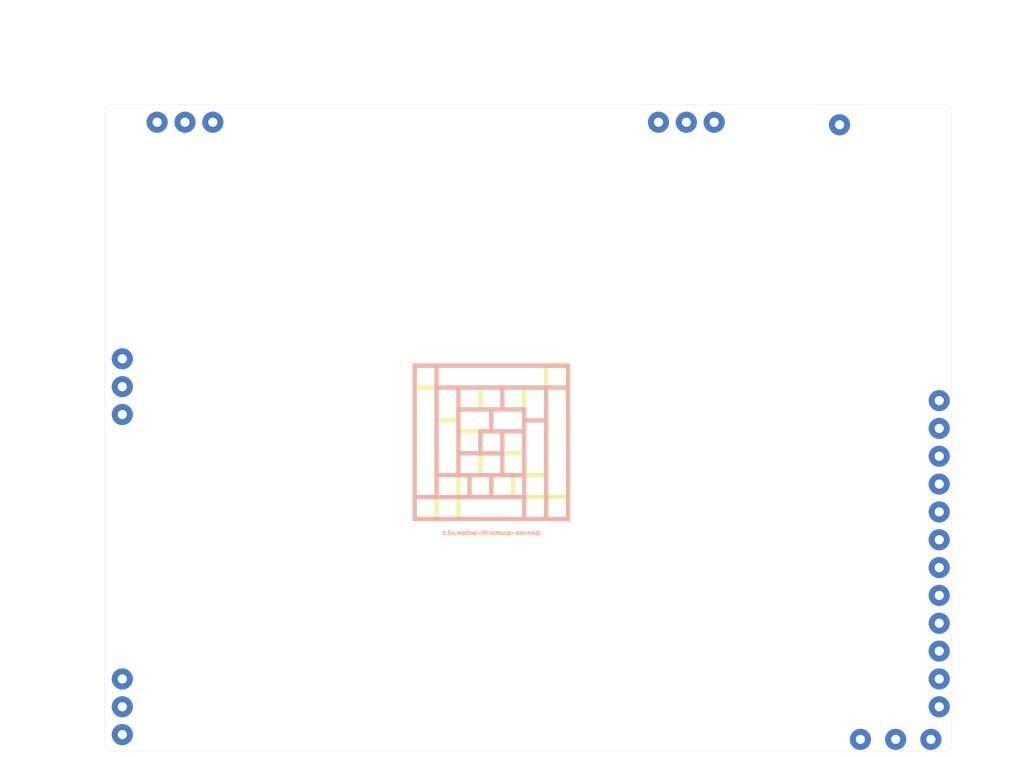
<source format=kicad_pcb>
(kicad_pcb (version 20171130) (host pcbnew "(5.1.6)-1")

  (general
    (thickness 1.6)
    (drawings 10)
    (tracks 0)
    (zones 0)
    (modules 22)
    (nets 1)
  )

  (page A4)
  (layers
    (0 F.Cu signal)
    (31 B.Cu signal)
    (32 B.Adhes user)
    (33 F.Adhes user)
    (34 B.Paste user)
    (35 F.Paste user)
    (36 B.SilkS user)
    (37 F.SilkS user)
    (38 B.Mask user)
    (39 F.Mask user)
    (40 Dwgs.User user)
    (41 Cmts.User user)
    (42 Eco1.User user)
    (43 Eco2.User user)
    (44 Edge.Cuts user)
    (45 Margin user)
    (46 B.CrtYd user)
    (47 F.CrtYd user)
    (48 B.Fab user)
    (49 F.Fab user)
  )

  (setup
    (last_trace_width 0.25)
    (user_trace_width 0.25)
    (user_trace_width 0.4)
    (user_trace_width 0.6)
    (trace_clearance 0.2)
    (zone_clearance 0.508)
    (zone_45_only no)
    (trace_min 0.2)
    (via_size 0.8)
    (via_drill 0.4)
    (via_min_size 0.4)
    (via_min_drill 0.3)
    (uvia_size 0.3)
    (uvia_drill 0.1)
    (uvias_allowed no)
    (uvia_min_size 0.2)
    (uvia_min_drill 0.1)
    (edge_width 0.05)
    (segment_width 0.2)
    (pcb_text_width 0.3)
    (pcb_text_size 1.5 1.5)
    (mod_edge_width 0.12)
    (mod_text_size 1 1)
    (mod_text_width 0.15)
    (pad_size 1.524 1.524)
    (pad_drill 0.762)
    (pad_to_mask_clearance 0.051)
    (solder_mask_min_width 0.25)
    (aux_axis_origin 0 0)
    (grid_origin 95.25 63.5)
    (visible_elements 7FFFFFFF)
    (pcbplotparams
      (layerselection 0x010f0_ffffffff)
      (usegerberextensions true)
      (usegerberattributes false)
      (usegerberadvancedattributes false)
      (creategerberjobfile false)
      (excludeedgelayer true)
      (linewidth 0.100000)
      (plotframeref false)
      (viasonmask false)
      (mode 1)
      (useauxorigin false)
      (hpglpennumber 1)
      (hpglpenspeed 20)
      (hpglpendiameter 15.000000)
      (psnegative false)
      (psa4output false)
      (plotreference true)
      (plotvalue true)
      (plotinvisibletext false)
      (padsonsilk false)
      (subtractmaskfromsilk true)
      (outputformat 1)
      (mirror false)
      (drillshape 0)
      (scaleselection 1)
      (outputdirectory "../GERBER/v2.1/I-quamoclit-bottom.v2.1"))
  )

  (net 0 "")

  (net_class Default "これはデフォルトのネット クラスです。"
    (clearance 0.2)
    (trace_width 0.25)
    (via_dia 0.8)
    (via_drill 0.4)
    (uvia_dia 0.3)
    (uvia_drill 0.1)
  )

  (net_class Power ""
    (clearance 0.2)
    (trace_width 0.6)
    (via_dia 0.8)
    (via_drill 0.4)
    (uvia_dia 0.3)
    (uvia_drill 0.1)
  )

  (module Ipomoea-logo:kamuwo_x0.5_y0.5 (layer B.Cu) (tedit 0) (tstamp 5F6C9630)
    (at 161.925 120.65 180)
    (fp_text reference kamuwo_REF_** (at 0 -0.5) (layer B.Fab)
      (effects (font (size 1 1) (thickness 0.15)) (justify mirror))
    )
    (fp_text value kamuwo (at 0 0.5) (layer B.Fab)
      (effects (font (size 1 1) (thickness 0.15)) (justify mirror))
    )
    (fp_poly (pts (xy 18 -17.5) (xy 18 -18) (xy -18 -18) (xy -18 -17.5)) (layer B.SilkS) (width 0))
    (fp_poly (pts (xy 18 -17) (xy 18 -17.5) (xy -18 -17.5) (xy -18 -17)) (layer B.SilkS) (width 0))
    (fp_poly (pts (xy 18 -16.5) (xy 18 -17) (xy 17 -17) (xy 17 -16.5)) (layer B.SilkS) (width 0))
    (fp_poly (pts (xy -7 -16.5) (xy -7 -17) (xy -8 -17) (xy -8 -16.5)) (layer B.SilkS) (width 0))
    (fp_poly (pts (xy -12 -16.5) (xy -12 -17) (xy -13 -17) (xy -13 -16.5)) (layer B.SilkS) (width 0))
    (fp_poly (pts (xy -17 -16.5) (xy -17 -17) (xy -18 -17) (xy -18 -16.5)) (layer B.SilkS) (width 0))
    (fp_poly (pts (xy 18 -16) (xy 18 -16.5) (xy 17 -16.5) (xy 17 -16)) (layer B.SilkS) (width 0))
    (fp_poly (pts (xy -7 -16) (xy -7 -16.5) (xy -8 -16.5) (xy -8 -16)) (layer B.SilkS) (width 0))
    (fp_poly (pts (xy -12 -16) (xy -12 -16.5) (xy -13 -16.5) (xy -13 -16)) (layer B.SilkS) (width 0))
    (fp_poly (pts (xy -17 -16) (xy -17 -16.5) (xy -18 -16.5) (xy -18 -16)) (layer B.SilkS) (width 0))
    (fp_poly (pts (xy 18 -15.5) (xy 18 -16) (xy 17 -16) (xy 17 -15.5)) (layer B.SilkS) (width 0))
    (fp_poly (pts (xy -7 -15.5) (xy -7 -16) (xy -8 -16) (xy -8 -15.5)) (layer B.SilkS) (width 0))
    (fp_poly (pts (xy -12 -15.5) (xy -12 -16) (xy -13 -16) (xy -13 -15.5)) (layer B.SilkS) (width 0))
    (fp_poly (pts (xy -17 -15.5) (xy -17 -16) (xy -18 -16) (xy -18 -15.5)) (layer B.SilkS) (width 0))
    (fp_poly (pts (xy 18 -15) (xy 18 -15.5) (xy 17 -15.5) (xy 17 -15)) (layer B.SilkS) (width 0))
    (fp_poly (pts (xy -7 -15) (xy -7 -15.5) (xy -8 -15.5) (xy -8 -15)) (layer B.SilkS) (width 0))
    (fp_poly (pts (xy -12 -15) (xy -12 -15.5) (xy -13 -15.5) (xy -13 -15)) (layer B.SilkS) (width 0))
    (fp_poly (pts (xy -17 -15) (xy -17 -15.5) (xy -18 -15.5) (xy -18 -15)) (layer B.SilkS) (width 0))
    (fp_poly (pts (xy 18 -14.5) (xy 18 -15) (xy 17 -15) (xy 17 -14.5)) (layer B.SilkS) (width 0))
    (fp_poly (pts (xy -7 -14.5) (xy -7 -15) (xy -8 -15) (xy -8 -14.5)) (layer B.SilkS) (width 0))
    (fp_poly (pts (xy -12 -14.5) (xy -12 -15) (xy -13 -15) (xy -13 -14.5)) (layer B.SilkS) (width 0))
    (fp_poly (pts (xy -17 -14.5) (xy -17 -15) (xy -18 -15) (xy -18 -14.5)) (layer B.SilkS) (width 0))
    (fp_poly (pts (xy 18 -14) (xy 18 -14.5) (xy 17 -14.5) (xy 17 -14)) (layer B.SilkS) (width 0))
    (fp_poly (pts (xy -7 -14) (xy -7 -14.5) (xy -8 -14.5) (xy -8 -14)) (layer B.SilkS) (width 0))
    (fp_poly (pts (xy -12 -14) (xy -12 -14.5) (xy -13 -14.5) (xy -13 -14)) (layer B.SilkS) (width 0))
    (fp_poly (pts (xy -17 -14) (xy -17 -14.5) (xy -18 -14.5) (xy -18 -14)) (layer B.SilkS) (width 0))
    (fp_poly (pts (xy 18 -13.5) (xy 18 -14) (xy 17 -14) (xy 17 -13.5)) (layer B.SilkS) (width 0))
    (fp_poly (pts (xy -7 -13.5) (xy -7 -14) (xy -8 -14) (xy -8 -13.5)) (layer B.SilkS) (width 0))
    (fp_poly (pts (xy -12 -13.5) (xy -12 -14) (xy -13 -14) (xy -13 -13.5)) (layer B.SilkS) (width 0))
    (fp_poly (pts (xy -17 -13.5) (xy -17 -14) (xy -18 -14) (xy -18 -13.5)) (layer B.SilkS) (width 0))
    (fp_poly (pts (xy 18 -13) (xy 18 -13.5) (xy 17 -13.5) (xy 17 -13)) (layer B.SilkS) (width 0))
    (fp_poly (pts (xy -7 -13) (xy -7 -13.5) (xy -8 -13.5) (xy -8 -13)) (layer B.SilkS) (width 0))
    (fp_poly (pts (xy -12 -13) (xy -12 -13.5) (xy -13 -13.5) (xy -13 -13)) (layer B.SilkS) (width 0))
    (fp_poly (pts (xy -17 -13) (xy -17 -13.5) (xy -18 -13.5) (xy -18 -13)) (layer B.SilkS) (width 0))
    (fp_poly (pts (xy 18 -12.5) (xy 18 -13) (xy -8 -13) (xy -8 -12.5)) (layer B.SilkS) (width 0))
    (fp_poly (pts (xy -12 -12.5) (xy -12 -13) (xy -13 -13) (xy -13 -12.5)) (layer B.SilkS) (width 0))
    (fp_poly (pts (xy -17 -12.5) (xy -17 -13) (xy -18 -13) (xy -18 -12.5)) (layer B.SilkS) (width 0))
    (fp_poly (pts (xy 18 -12) (xy 18 -12.5) (xy -8 -12.5) (xy -8 -12)) (layer B.SilkS) (width 0))
    (fp_poly (pts (xy -12 -12) (xy -12 -12.5) (xy -13 -12.5) (xy -13 -12)) (layer B.SilkS) (width 0))
    (fp_poly (pts (xy -17 -12) (xy -17 -12.5) (xy -18 -12.5) (xy -18 -12)) (layer B.SilkS) (width 0))
    (fp_poly (pts (xy 18 -11.5) (xy 18 -12) (xy 17 -12) (xy 17 -11.5)) (layer B.SilkS) (width 0))
    (fp_poly (pts (xy 13 -11.5) (xy 13 -12) (xy 12 -12) (xy 12 -11.5)) (layer B.SilkS) (width 0))
    (fp_poly (pts (xy 5.5 -11.5) (xy 5.5 -12) (xy 4.5 -12) (xy 4.5 -11.5)) (layer B.SilkS) (width 0))
    (fp_poly (pts (xy 0.5 -11.5) (xy 0.5 -12) (xy -0.5 -12) (xy -0.5 -11.5)) (layer B.SilkS) (width 0))
    (fp_poly (pts (xy -7 -11.5) (xy -7 -12) (xy -8 -12) (xy -8 -11.5)) (layer B.SilkS) (width 0))
    (fp_poly (pts (xy -12 -11.5) (xy -12 -12) (xy -13 -12) (xy -13 -11.5)) (layer B.SilkS) (width 0))
    (fp_poly (pts (xy -17 -11.5) (xy -17 -12) (xy -18 -12) (xy -18 -11.5)) (layer B.SilkS) (width 0))
    (fp_poly (pts (xy 18 -11) (xy 18 -11.5) (xy 17 -11.5) (xy 17 -11)) (layer B.SilkS) (width 0))
    (fp_poly (pts (xy 13 -11) (xy 13 -11.5) (xy 12 -11.5) (xy 12 -11)) (layer B.SilkS) (width 0))
    (fp_poly (pts (xy 5.5 -11) (xy 5.5 -11.5) (xy 4.5 -11.5) (xy 4.5 -11)) (layer B.SilkS) (width 0))
    (fp_poly (pts (xy 0.5 -11) (xy 0.5 -11.5) (xy -0.5 -11.5) (xy -0.5 -11)) (layer B.SilkS) (width 0))
    (fp_poly (pts (xy -7 -11) (xy -7 -11.5) (xy -8 -11.5) (xy -8 -11)) (layer B.SilkS) (width 0))
    (fp_poly (pts (xy -12 -11) (xy -12 -11.5) (xy -13 -11.5) (xy -13 -11)) (layer B.SilkS) (width 0))
    (fp_poly (pts (xy -17 -11) (xy -17 -11.5) (xy -18 -11.5) (xy -18 -11)) (layer B.SilkS) (width 0))
    (fp_poly (pts (xy 18 -10.5) (xy 18 -11) (xy 17 -11) (xy 17 -10.5)) (layer B.SilkS) (width 0))
    (fp_poly (pts (xy 13 -10.5) (xy 13 -11) (xy 12 -11) (xy 12 -10.5)) (layer B.SilkS) (width 0))
    (fp_poly (pts (xy 5.5 -10.5) (xy 5.5 -11) (xy 4.5 -11) (xy 4.5 -10.5)) (layer B.SilkS) (width 0))
    (fp_poly (pts (xy 0.5 -10.5) (xy 0.5 -11) (xy -0.5 -11) (xy -0.5 -10.5)) (layer B.SilkS) (width 0))
    (fp_poly (pts (xy -7 -10.5) (xy -7 -11) (xy -8 -11) (xy -8 -10.5)) (layer B.SilkS) (width 0))
    (fp_poly (pts (xy -12 -10.5) (xy -12 -11) (xy -13 -11) (xy -13 -10.5)) (layer B.SilkS) (width 0))
    (fp_poly (pts (xy -17 -10.5) (xy -17 -11) (xy -18 -11) (xy -18 -10.5)) (layer B.SilkS) (width 0))
    (fp_poly (pts (xy 18 -10) (xy 18 -10.5) (xy 17 -10.5) (xy 17 -10)) (layer B.SilkS) (width 0))
    (fp_poly (pts (xy 13 -10) (xy 13 -10.5) (xy 12 -10.5) (xy 12 -10)) (layer B.SilkS) (width 0))
    (fp_poly (pts (xy 5.5 -10) (xy 5.5 -10.5) (xy 4.5 -10.5) (xy 4.5 -10)) (layer B.SilkS) (width 0))
    (fp_poly (pts (xy 0.5 -10) (xy 0.5 -10.5) (xy -0.5 -10.5) (xy -0.5 -10)) (layer B.SilkS) (width 0))
    (fp_poly (pts (xy -7 -10) (xy -7 -10.5) (xy -8 -10.5) (xy -8 -10)) (layer B.SilkS) (width 0))
    (fp_poly (pts (xy -12 -10) (xy -12 -10.5) (xy -13 -10.5) (xy -13 -10)) (layer B.SilkS) (width 0))
    (fp_poly (pts (xy -17 -10) (xy -17 -10.5) (xy -18 -10.5) (xy -18 -10)) (layer B.SilkS) (width 0))
    (fp_poly (pts (xy 18 -9.5) (xy 18 -10) (xy 17 -10) (xy 17 -9.5)) (layer B.SilkS) (width 0))
    (fp_poly (pts (xy 13 -9.5) (xy 13 -10) (xy 12 -10) (xy 12 -9.5)) (layer B.SilkS) (width 0))
    (fp_poly (pts (xy 5.5 -9.5) (xy 5.5 -10) (xy 4.5 -10) (xy 4.5 -9.5)) (layer B.SilkS) (width 0))
    (fp_poly (pts (xy 0.5 -9.5) (xy 0.5 -10) (xy -0.5 -10) (xy -0.5 -9.5)) (layer B.SilkS) (width 0))
    (fp_poly (pts (xy -7 -9.5) (xy -7 -10) (xy -8 -10) (xy -8 -9.5)) (layer B.SilkS) (width 0))
    (fp_poly (pts (xy -12 -9.5) (xy -12 -10) (xy -13 -10) (xy -13 -9.5)) (layer B.SilkS) (width 0))
    (fp_poly (pts (xy -17 -9.5) (xy -17 -10) (xy -18 -10) (xy -18 -9.5)) (layer B.SilkS) (width 0))
    (fp_poly (pts (xy 18 -9) (xy 18 -9.5) (xy 17 -9.5) (xy 17 -9)) (layer B.SilkS) (width 0))
    (fp_poly (pts (xy 13 -9) (xy 13 -9.5) (xy 12 -9.5) (xy 12 -9)) (layer B.SilkS) (width 0))
    (fp_poly (pts (xy 5.5 -9) (xy 5.5 -9.5) (xy 4.5 -9.5) (xy 4.5 -9)) (layer B.SilkS) (width 0))
    (fp_poly (pts (xy 0.5 -9) (xy 0.5 -9.5) (xy -0.5 -9.5) (xy -0.5 -9)) (layer B.SilkS) (width 0))
    (fp_poly (pts (xy -7 -9) (xy -7 -9.5) (xy -8 -9.5) (xy -8 -9)) (layer B.SilkS) (width 0))
    (fp_poly (pts (xy -12 -9) (xy -12 -9.5) (xy -13 -9.5) (xy -13 -9)) (layer B.SilkS) (width 0))
    (fp_poly (pts (xy -17 -9) (xy -17 -9.5) (xy -18 -9.5) (xy -18 -9)) (layer B.SilkS) (width 0))
    (fp_poly (pts (xy 18 -8.5) (xy 18 -9) (xy 17 -9) (xy 17 -8.5)) (layer B.SilkS) (width 0))
    (fp_poly (pts (xy 13 -8.5) (xy 13 -9) (xy 12 -9) (xy 12 -8.5)) (layer B.SilkS) (width 0))
    (fp_poly (pts (xy 5.5 -8.5) (xy 5.5 -9) (xy 4.5 -9) (xy 4.5 -8.5)) (layer B.SilkS) (width 0))
    (fp_poly (pts (xy 0.5 -8.5) (xy 0.5 -9) (xy -0.5 -9) (xy -0.5 -8.5)) (layer B.SilkS) (width 0))
    (fp_poly (pts (xy -7 -8.5) (xy -7 -9) (xy -8 -9) (xy -8 -8.5)) (layer B.SilkS) (width 0))
    (fp_poly (pts (xy -12 -8.5) (xy -12 -9) (xy -13 -9) (xy -13 -8.5)) (layer B.SilkS) (width 0))
    (fp_poly (pts (xy -17 -8.5) (xy -17 -9) (xy -18 -9) (xy -18 -8.5)) (layer B.SilkS) (width 0))
    (fp_poly (pts (xy 18 -8) (xy 18 -8.5) (xy 17 -8.5) (xy 17 -8)) (layer B.SilkS) (width 0))
    (fp_poly (pts (xy 13 -8) (xy 13 -8.5) (xy 12 -8.5) (xy 12 -8)) (layer B.SilkS) (width 0))
    (fp_poly (pts (xy 5.5 -8) (xy 5.5 -8.5) (xy 4.5 -8.5) (xy 4.5 -8)) (layer B.SilkS) (width 0))
    (fp_poly (pts (xy 0.5 -8) (xy 0.5 -8.5) (xy -0.5 -8.5) (xy -0.5 -8)) (layer B.SilkS) (width 0))
    (fp_poly (pts (xy -7 -8) (xy -7 -8.5) (xy -8 -8.5) (xy -8 -8)) (layer B.SilkS) (width 0))
    (fp_poly (pts (xy -12 -8) (xy -12 -8.5) (xy -13 -8.5) (xy -13 -8)) (layer B.SilkS) (width 0))
    (fp_poly (pts (xy -17 -8) (xy -17 -8.5) (xy -18 -8.5) (xy -18 -8)) (layer B.SilkS) (width 0))
    (fp_poly (pts (xy 18 -7.5) (xy 18 -8) (xy 17 -8) (xy 17 -7.5)) (layer B.SilkS) (width 0))
    (fp_poly (pts (xy 13 -7.5) (xy 13 -8) (xy -8 -8) (xy -8 -7.5)) (layer B.SilkS) (width 0))
    (fp_poly (pts (xy -12 -7.5) (xy -12 -8) (xy -13 -8) (xy -13 -7.5)) (layer B.SilkS) (width 0))
    (fp_poly (pts (xy -17 -7.5) (xy -17 -8) (xy -18 -8) (xy -18 -7.5)) (layer B.SilkS) (width 0))
    (fp_poly (pts (xy 18 -7) (xy 18 -7.5) (xy 17 -7.5) (xy 17 -7)) (layer B.SilkS) (width 0))
    (fp_poly (pts (xy 13 -7) (xy 13 -7.5) (xy -8 -7.5) (xy -8 -7)) (layer B.SilkS) (width 0))
    (fp_poly (pts (xy -12 -7) (xy -12 -7.5) (xy -13 -7.5) (xy -13 -7)) (layer B.SilkS) (width 0))
    (fp_poly (pts (xy -17 -7) (xy -17 -7.5) (xy -18 -7.5) (xy -18 -7)) (layer B.SilkS) (width 0))
    (fp_poly (pts (xy 18 -6.5) (xy 18 -7) (xy 17 -7) (xy 17 -6.5)) (layer B.SilkS) (width 0))
    (fp_poly (pts (xy 13 -6.5) (xy 13 -7) (xy 12 -7) (xy 12 -6.5)) (layer B.SilkS) (width 0))
    (fp_poly (pts (xy 8 -6.5) (xy 8 -7) (xy 7 -7) (xy 7 -6.5)) (layer B.SilkS) (width 0))
    (fp_poly (pts (xy -2 -6.5) (xy -2 -7) (xy -3 -7) (xy -3 -6.5)) (layer B.SilkS) (width 0))
    (fp_poly (pts (xy -7 -6.5) (xy -7 -7) (xy -8 -7) (xy -8 -6.5)) (layer B.SilkS) (width 0))
    (fp_poly (pts (xy -12 -6.5) (xy -12 -7) (xy -13 -7) (xy -13 -6.5)) (layer B.SilkS) (width 0))
    (fp_poly (pts (xy -17 -6.5) (xy -17 -7) (xy -18 -7) (xy -18 -6.5)) (layer B.SilkS) (width 0))
    (fp_poly (pts (xy 18 -6) (xy 18 -6.5) (xy 17 -6.5) (xy 17 -6)) (layer B.SilkS) (width 0))
    (fp_poly (pts (xy 13 -6) (xy 13 -6.5) (xy 12 -6.5) (xy 12 -6)) (layer B.SilkS) (width 0))
    (fp_poly (pts (xy 8 -6) (xy 8 -6.5) (xy 7 -6.5) (xy 7 -6)) (layer B.SilkS) (width 0))
    (fp_poly (pts (xy -2 -6) (xy -2 -6.5) (xy -3 -6.5) (xy -3 -6)) (layer B.SilkS) (width 0))
    (fp_poly (pts (xy -7 -6) (xy -7 -6.5) (xy -8 -6.5) (xy -8 -6)) (layer B.SilkS) (width 0))
    (fp_poly (pts (xy -12 -6) (xy -12 -6.5) (xy -13 -6.5) (xy -13 -6)) (layer B.SilkS) (width 0))
    (fp_poly (pts (xy -17 -6) (xy -17 -6.5) (xy -18 -6.5) (xy -18 -6)) (layer B.SilkS) (width 0))
    (fp_poly (pts (xy 18 -5.5) (xy 18 -6) (xy 17 -6) (xy 17 -5.5)) (layer B.SilkS) (width 0))
    (fp_poly (pts (xy 13 -5.5) (xy 13 -6) (xy 12 -6) (xy 12 -5.5)) (layer B.SilkS) (width 0))
    (fp_poly (pts (xy 8 -5.5) (xy 8 -6) (xy 7 -6) (xy 7 -5.5)) (layer B.SilkS) (width 0))
    (fp_poly (pts (xy -2 -5.5) (xy -2 -6) (xy -3 -6) (xy -3 -5.5)) (layer B.SilkS) (width 0))
    (fp_poly (pts (xy -7 -5.5) (xy -7 -6) (xy -8 -6) (xy -8 -5.5)) (layer B.SilkS) (width 0))
    (fp_poly (pts (xy -12 -5.5) (xy -12 -6) (xy -13 -6) (xy -13 -5.5)) (layer B.SilkS) (width 0))
    (fp_poly (pts (xy -17 -5.5) (xy -17 -6) (xy -18 -6) (xy -18 -5.5)) (layer B.SilkS) (width 0))
    (fp_poly (pts (xy 18 -5) (xy 18 -5.5) (xy 17 -5.5) (xy 17 -5)) (layer B.SilkS) (width 0))
    (fp_poly (pts (xy 13 -5) (xy 13 -5.5) (xy 12 -5.5) (xy 12 -5)) (layer B.SilkS) (width 0))
    (fp_poly (pts (xy 8 -5) (xy 8 -5.5) (xy 7 -5.5) (xy 7 -5)) (layer B.SilkS) (width 0))
    (fp_poly (pts (xy -2 -5) (xy -2 -5.5) (xy -3 -5.5) (xy -3 -5)) (layer B.SilkS) (width 0))
    (fp_poly (pts (xy -7 -5) (xy -7 -5.5) (xy -8 -5.5) (xy -8 -5)) (layer B.SilkS) (width 0))
    (fp_poly (pts (xy -12 -5) (xy -12 -5.5) (xy -13 -5.5) (xy -13 -5)) (layer B.SilkS) (width 0))
    (fp_poly (pts (xy -17 -5) (xy -17 -5.5) (xy -18 -5.5) (xy -18 -5)) (layer B.SilkS) (width 0))
    (fp_poly (pts (xy 18 -4.5) (xy 18 -5) (xy 17 -5) (xy 17 -4.5)) (layer B.SilkS) (width 0))
    (fp_poly (pts (xy 13 -4.5) (xy 13 -5) (xy 12 -5) (xy 12 -4.5)) (layer B.SilkS) (width 0))
    (fp_poly (pts (xy 8 -4.5) (xy 8 -5) (xy 7 -5) (xy 7 -4.5)) (layer B.SilkS) (width 0))
    (fp_poly (pts (xy -2 -4.5) (xy -2 -5) (xy -3 -5) (xy -3 -4.5)) (layer B.SilkS) (width 0))
    (fp_poly (pts (xy -7 -4.5) (xy -7 -5) (xy -8 -5) (xy -8 -4.5)) (layer B.SilkS) (width 0))
    (fp_poly (pts (xy -12 -4.5) (xy -12 -5) (xy -13 -5) (xy -13 -4.5)) (layer B.SilkS) (width 0))
    (fp_poly (pts (xy -17 -4.5) (xy -17 -5) (xy -18 -5) (xy -18 -4.5)) (layer B.SilkS) (width 0))
    (fp_poly (pts (xy 18 -4) (xy 18 -4.5) (xy 17 -4.5) (xy 17 -4)) (layer B.SilkS) (width 0))
    (fp_poly (pts (xy 13 -4) (xy 13 -4.5) (xy 12 -4.5) (xy 12 -4)) (layer B.SilkS) (width 0))
    (fp_poly (pts (xy 8 -4) (xy 8 -4.5) (xy 7 -4.5) (xy 7 -4)) (layer B.SilkS) (width 0))
    (fp_poly (pts (xy -2 -4) (xy -2 -4.5) (xy -3 -4.5) (xy -3 -4)) (layer B.SilkS) (width 0))
    (fp_poly (pts (xy -7 -4) (xy -7 -4.5) (xy -8 -4.5) (xy -8 -4)) (layer B.SilkS) (width 0))
    (fp_poly (pts (xy -12 -4) (xy -12 -4.5) (xy -13 -4.5) (xy -13 -4)) (layer B.SilkS) (width 0))
    (fp_poly (pts (xy -17 -4) (xy -17 -4.5) (xy -18 -4.5) (xy -18 -4)) (layer B.SilkS) (width 0))
    (fp_poly (pts (xy 18 -3.5) (xy 18 -4) (xy 17 -4) (xy 17 -3.5)) (layer B.SilkS) (width 0))
    (fp_poly (pts (xy 13 -3.5) (xy 13 -4) (xy 12 -4) (xy 12 -3.5)) (layer B.SilkS) (width 0))
    (fp_poly (pts (xy 8 -3.5) (xy 8 -4) (xy 7 -4) (xy 7 -3.5)) (layer B.SilkS) (width 0))
    (fp_poly (pts (xy -2 -3.5) (xy -2 -4) (xy -3 -4) (xy -3 -3.5)) (layer B.SilkS) (width 0))
    (fp_poly (pts (xy -7 -3.5) (xy -7 -4) (xy -8 -4) (xy -8 -3.5)) (layer B.SilkS) (width 0))
    (fp_poly (pts (xy -12 -3.5) (xy -12 -4) (xy -13 -4) (xy -13 -3.5)) (layer B.SilkS) (width 0))
    (fp_poly (pts (xy -17 -3.5) (xy -17 -4) (xy -18 -4) (xy -18 -3.5)) (layer B.SilkS) (width 0))
    (fp_poly (pts (xy 18 -3) (xy 18 -3.5) (xy 17 -3.5) (xy 17 -3)) (layer B.SilkS) (width 0))
    (fp_poly (pts (xy 13 -3) (xy 13 -3.5) (xy 12 -3.5) (xy 12 -3)) (layer B.SilkS) (width 0))
    (fp_poly (pts (xy 8 -3) (xy 8 -3.5) (xy 7 -3.5) (xy 7 -3)) (layer B.SilkS) (width 0))
    (fp_poly (pts (xy -2 -3) (xy -2 -3.5) (xy -3 -3.5) (xy -3 -3)) (layer B.SilkS) (width 0))
    (fp_poly (pts (xy -7 -3) (xy -7 -3.5) (xy -8 -3.5) (xy -8 -3)) (layer B.SilkS) (width 0))
    (fp_poly (pts (xy -12 -3) (xy -12 -3.5) (xy -13 -3.5) (xy -13 -3)) (layer B.SilkS) (width 0))
    (fp_poly (pts (xy -17 -3) (xy -17 -3.5) (xy -18 -3.5) (xy -18 -3)) (layer B.SilkS) (width 0))
    (fp_poly (pts (xy 18 -2.5) (xy 18 -3) (xy 17 -3) (xy 17 -2.5)) (layer B.SilkS) (width 0))
    (fp_poly (pts (xy 13 -2.5) (xy 13 -3) (xy 12 -3) (xy 12 -2.5)) (layer B.SilkS) (width 0))
    (fp_poly (pts (xy 8 -2.5) (xy 8 -3) (xy -3 -3) (xy -3 -2.5)) (layer B.SilkS) (width 0))
    (fp_poly (pts (xy -7 -2.5) (xy -7 -3) (xy -8 -3) (xy -8 -2.5)) (layer B.SilkS) (width 0))
    (fp_poly (pts (xy -12 -2.5) (xy -12 -3) (xy -13 -3) (xy -13 -2.5)) (layer B.SilkS) (width 0))
    (fp_poly (pts (xy -17 -2.5) (xy -17 -3) (xy -18 -3) (xy -18 -2.5)) (layer B.SilkS) (width 0))
    (fp_poly (pts (xy 18 -2) (xy 18 -2.5) (xy 17 -2.5) (xy 17 -2)) (layer B.SilkS) (width 0))
    (fp_poly (pts (xy 13 -2) (xy 13 -2.5) (xy 12 -2.5) (xy 12 -2)) (layer B.SilkS) (width 0))
    (fp_poly (pts (xy 8 -2) (xy 8 -2.5) (xy -3 -2.5) (xy -3 -2)) (layer B.SilkS) (width 0))
    (fp_poly (pts (xy -7 -2) (xy -7 -2.5) (xy -8 -2.5) (xy -8 -2)) (layer B.SilkS) (width 0))
    (fp_poly (pts (xy -12 -2) (xy -12 -2.5) (xy -13 -2.5) (xy -13 -2)) (layer B.SilkS) (width 0))
    (fp_poly (pts (xy -17 -2) (xy -17 -2.5) (xy -18 -2.5) (xy -18 -2)) (layer B.SilkS) (width 0))
    (fp_poly (pts (xy 18 -1.5) (xy 18 -2) (xy 17 -2) (xy 17 -1.5)) (layer B.SilkS) (width 0))
    (fp_poly (pts (xy 13 -1.5) (xy 13 -2) (xy 12 -2) (xy 12 -1.5)) (layer B.SilkS) (width 0))
    (fp_poly (pts (xy 8 -1.5) (xy 8 -2) (xy 7 -2) (xy 7 -1.5)) (layer B.SilkS) (width 0))
    (fp_poly (pts (xy 3 -1.5) (xy 3 -2) (xy 2 -2) (xy 2 -1.5)) (layer B.SilkS) (width 0))
    (fp_poly (pts (xy -2 -1.5) (xy -2 -2) (xy -3 -2) (xy -3 -1.5)) (layer B.SilkS) (width 0))
    (fp_poly (pts (xy -7 -1.5) (xy -7 -2) (xy -8 -2) (xy -8 -1.5)) (layer B.SilkS) (width 0))
    (fp_poly (pts (xy -12 -1.5) (xy -12 -2) (xy -13 -2) (xy -13 -1.5)) (layer B.SilkS) (width 0))
    (fp_poly (pts (xy -17 -1.5) (xy -17 -2) (xy -18 -2) (xy -18 -1.5)) (layer B.SilkS) (width 0))
    (fp_poly (pts (xy 18 -1) (xy 18 -1.5) (xy 17 -1.5) (xy 17 -1)) (layer B.SilkS) (width 0))
    (fp_poly (pts (xy 13 -1) (xy 13 -1.5) (xy 12 -1.5) (xy 12 -1)) (layer B.SilkS) (width 0))
    (fp_poly (pts (xy 8 -1) (xy 8 -1.5) (xy 7 -1.5) (xy 7 -1)) (layer B.SilkS) (width 0))
    (fp_poly (pts (xy 3 -1) (xy 3 -1.5) (xy 2 -1.5) (xy 2 -1)) (layer B.SilkS) (width 0))
    (fp_poly (pts (xy -2 -1) (xy -2 -1.5) (xy -3 -1.5) (xy -3 -1)) (layer B.SilkS) (width 0))
    (fp_poly (pts (xy -7 -1) (xy -7 -1.5) (xy -8 -1.5) (xy -8 -1)) (layer B.SilkS) (width 0))
    (fp_poly (pts (xy -12 -1) (xy -12 -1.5) (xy -13 -1.5) (xy -13 -1)) (layer B.SilkS) (width 0))
    (fp_poly (pts (xy -17 -1) (xy -17 -1.5) (xy -18 -1.5) (xy -18 -1)) (layer B.SilkS) (width 0))
    (fp_poly (pts (xy 18 -0.5) (xy 18 -1) (xy 17 -1) (xy 17 -0.5)) (layer B.SilkS) (width 0))
    (fp_poly (pts (xy 13 -0.5) (xy 13 -1) (xy 12 -1) (xy 12 -0.5)) (layer B.SilkS) (width 0))
    (fp_poly (pts (xy 8 -0.5) (xy 8 -1) (xy 7 -1) (xy 7 -0.5)) (layer B.SilkS) (width 0))
    (fp_poly (pts (xy 3 -0.5) (xy 3 -1) (xy 2 -1) (xy 2 -0.5)) (layer B.SilkS) (width 0))
    (fp_poly (pts (xy -2 -0.5) (xy -2 -1) (xy -3 -1) (xy -3 -0.5)) (layer B.SilkS) (width 0))
    (fp_poly (pts (xy -7 -0.5) (xy -7 -1) (xy -8 -1) (xy -8 -0.5)) (layer B.SilkS) (width 0))
    (fp_poly (pts (xy -12 -0.5) (xy -12 -1) (xy -13 -1) (xy -13 -0.5)) (layer B.SilkS) (width 0))
    (fp_poly (pts (xy -17 -0.5) (xy -17 -1) (xy -18 -1) (xy -18 -0.5)) (layer B.SilkS) (width 0))
    (fp_poly (pts (xy 18 0) (xy 18 -0.5) (xy 17 -0.5) (xy 17 0)) (layer B.SilkS) (width 0))
    (fp_poly (pts (xy 13 0) (xy 13 -0.5) (xy 12 -0.5) (xy 12 0)) (layer B.SilkS) (width 0))
    (fp_poly (pts (xy 8 0) (xy 8 -0.5) (xy 7 -0.5) (xy 7 0)) (layer B.SilkS) (width 0))
    (fp_poly (pts (xy 3 0) (xy 3 -0.5) (xy 2 -0.5) (xy 2 0)) (layer B.SilkS) (width 0))
    (fp_poly (pts (xy -2 0) (xy -2 -0.5) (xy -3 -0.5) (xy -3 0)) (layer B.SilkS) (width 0))
    (fp_poly (pts (xy -7 0) (xy -7 -0.5) (xy -8 -0.5) (xy -8 0)) (layer B.SilkS) (width 0))
    (fp_poly (pts (xy -12 0) (xy -12 -0.5) (xy -13 -0.5) (xy -13 0)) (layer B.SilkS) (width 0))
    (fp_poly (pts (xy -17 0) (xy -17 -0.5) (xy -18 -0.5) (xy -18 0)) (layer B.SilkS) (width 0))
    (fp_poly (pts (xy 18 0.5) (xy 18 0) (xy 17 0) (xy 17 0.5)) (layer B.SilkS) (width 0))
    (fp_poly (pts (xy 13 0.5) (xy 13 0) (xy 12 0) (xy 12 0.5)) (layer B.SilkS) (width 0))
    (fp_poly (pts (xy 8 0.5) (xy 8 0) (xy 7 0) (xy 7 0.5)) (layer B.SilkS) (width 0))
    (fp_poly (pts (xy 3 0.5) (xy 3 0) (xy 2 0) (xy 2 0.5)) (layer B.SilkS) (width 0))
    (fp_poly (pts (xy -2 0.5) (xy -2 0) (xy -3 0) (xy -3 0.5)) (layer B.SilkS) (width 0))
    (fp_poly (pts (xy -7 0.5) (xy -7 0) (xy -8 0) (xy -8 0.5)) (layer B.SilkS) (width 0))
    (fp_poly (pts (xy -12 0.5) (xy -12 0) (xy -13 0) (xy -13 0.5)) (layer B.SilkS) (width 0))
    (fp_poly (pts (xy -17 0.5) (xy -17 0) (xy -18 0) (xy -18 0.5)) (layer B.SilkS) (width 0))
    (fp_poly (pts (xy 18 1) (xy 18 0.5) (xy 17 0.5) (xy 17 1)) (layer B.SilkS) (width 0))
    (fp_poly (pts (xy 13 1) (xy 13 0.5) (xy 12 0.5) (xy 12 1)) (layer B.SilkS) (width 0))
    (fp_poly (pts (xy 8 1) (xy 8 0.5) (xy 7 0.5) (xy 7 1)) (layer B.SilkS) (width 0))
    (fp_poly (pts (xy 3 1) (xy 3 0.5) (xy 2 0.5) (xy 2 1)) (layer B.SilkS) (width 0))
    (fp_poly (pts (xy -2 1) (xy -2 0.5) (xy -3 0.5) (xy -3 1)) (layer B.SilkS) (width 0))
    (fp_poly (pts (xy -7 1) (xy -7 0.5) (xy -8 0.5) (xy -8 1)) (layer B.SilkS) (width 0))
    (fp_poly (pts (xy -12 1) (xy -12 0.5) (xy -13 0.5) (xy -13 1)) (layer B.SilkS) (width 0))
    (fp_poly (pts (xy -17 1) (xy -17 0.5) (xy -18 0.5) (xy -18 1)) (layer B.SilkS) (width 0))
    (fp_poly (pts (xy 18 1.5) (xy 18 1) (xy 17 1) (xy 17 1.5)) (layer B.SilkS) (width 0))
    (fp_poly (pts (xy 13 1.5) (xy 13 1) (xy 12 1) (xy 12 1.5)) (layer B.SilkS) (width 0))
    (fp_poly (pts (xy 8 1.5) (xy 8 1) (xy 7 1) (xy 7 1.5)) (layer B.SilkS) (width 0))
    (fp_poly (pts (xy 3 1.5) (xy 3 1) (xy 2 1) (xy 2 1.5)) (layer B.SilkS) (width 0))
    (fp_poly (pts (xy -2 1.5) (xy -2 1) (xy -3 1) (xy -3 1.5)) (layer B.SilkS) (width 0))
    (fp_poly (pts (xy -7 1.5) (xy -7 1) (xy -8 1) (xy -8 1.5)) (layer B.SilkS) (width 0))
    (fp_poly (pts (xy -12 1.5) (xy -12 1) (xy -13 1) (xy -13 1.5)) (layer B.SilkS) (width 0))
    (fp_poly (pts (xy -17 1.5) (xy -17 1) (xy -18 1) (xy -18 1.5)) (layer B.SilkS) (width 0))
    (fp_poly (pts (xy 18 2) (xy 18 1.5) (xy 17 1.5) (xy 17 2)) (layer B.SilkS) (width 0))
    (fp_poly (pts (xy 13 2) (xy 13 1.5) (xy 12 1.5) (xy 12 2)) (layer B.SilkS) (width 0))
    (fp_poly (pts (xy 8 2) (xy 8 1.5) (xy 7 1.5) (xy 7 2)) (layer B.SilkS) (width 0))
    (fp_poly (pts (xy 3 2) (xy 3 1.5) (xy 2 1.5) (xy 2 2)) (layer B.SilkS) (width 0))
    (fp_poly (pts (xy -2 2) (xy -2 1.5) (xy -3 1.5) (xy -3 2)) (layer B.SilkS) (width 0))
    (fp_poly (pts (xy -7 2) (xy -7 1.5) (xy -8 1.5) (xy -8 2)) (layer B.SilkS) (width 0))
    (fp_poly (pts (xy -12 2) (xy -12 1.5) (xy -13 1.5) (xy -13 2)) (layer B.SilkS) (width 0))
    (fp_poly (pts (xy -17 2) (xy -17 1.5) (xy -18 1.5) (xy -18 2)) (layer B.SilkS) (width 0))
    (fp_poly (pts (xy 18 2.5) (xy 18 2) (xy 17 2) (xy 17 2.5)) (layer B.SilkS) (width 0))
    (fp_poly (pts (xy 13 2.5) (xy 13 2) (xy 12 2) (xy 12 2.5)) (layer B.SilkS) (width 0))
    (fp_poly (pts (xy 8 2.5) (xy 8 2) (xy 7 2) (xy 7 2.5)) (layer B.SilkS) (width 0))
    (fp_poly (pts (xy 3 2.5) (xy 3 2) (xy -8 2) (xy -8 2.5)) (layer B.SilkS) (width 0))
    (fp_poly (pts (xy -12 2.5) (xy -12 2) (xy -13 2) (xy -13 2.5)) (layer B.SilkS) (width 0))
    (fp_poly (pts (xy -17 2.5) (xy -17 2) (xy -18 2) (xy -18 2.5)) (layer B.SilkS) (width 0))
    (fp_poly (pts (xy 18 3) (xy 18 2.5) (xy 17 2.5) (xy 17 3)) (layer B.SilkS) (width 0))
    (fp_poly (pts (xy 13 3) (xy 13 2.5) (xy 12 2.5) (xy 12 3)) (layer B.SilkS) (width 0))
    (fp_poly (pts (xy 8 3) (xy 8 2.5) (xy 7 2.5) (xy 7 3)) (layer B.SilkS) (width 0))
    (fp_poly (pts (xy 3 3) (xy 3 2.5) (xy -8 2.5) (xy -8 3)) (layer B.SilkS) (width 0))
    (fp_poly (pts (xy -12 3) (xy -12 2.5) (xy -13 2.5) (xy -13 3)) (layer B.SilkS) (width 0))
    (fp_poly (pts (xy -17 3) (xy -17 2.5) (xy -18 2.5) (xy -18 3)) (layer B.SilkS) (width 0))
    (fp_poly (pts (xy 18 3.5) (xy 18 3) (xy 17 3) (xy 17 3.5)) (layer B.SilkS) (width 0))
    (fp_poly (pts (xy 13 3.5) (xy 13 3) (xy 12 3) (xy 12 3.5)) (layer B.SilkS) (width 0))
    (fp_poly (pts (xy 8 3.5) (xy 8 3) (xy 7 3) (xy 7 3.5)) (layer B.SilkS) (width 0))
    (fp_poly (pts (xy 0.5 3.5) (xy 0.5 3) (xy -0.5 3) (xy -0.5 3.5)) (layer B.SilkS) (width 0))
    (fp_poly (pts (xy -7 3.5) (xy -7 3) (xy -8 3) (xy -8 3.5)) (layer B.SilkS) (width 0))
    (fp_poly (pts (xy -12 3.5) (xy -12 3) (xy -13 3) (xy -13 3.5)) (layer B.SilkS) (width 0))
    (fp_poly (pts (xy -17 3.5) (xy -17 3) (xy -18 3) (xy -18 3.5)) (layer B.SilkS) (width 0))
    (fp_poly (pts (xy 18 4) (xy 18 3.5) (xy 17 3.5) (xy 17 4)) (layer B.SilkS) (width 0))
    (fp_poly (pts (xy 13 4) (xy 13 3.5) (xy 12 3.5) (xy 12 4)) (layer B.SilkS) (width 0))
    (fp_poly (pts (xy 8 4) (xy 8 3.5) (xy 7 3.5) (xy 7 4)) (layer B.SilkS) (width 0))
    (fp_poly (pts (xy 0.5 4) (xy 0.5 3.5) (xy -0.5 3.5) (xy -0.5 4)) (layer B.SilkS) (width 0))
    (fp_poly (pts (xy -7 4) (xy -7 3.5) (xy -8 3.5) (xy -8 4)) (layer B.SilkS) (width 0))
    (fp_poly (pts (xy -12 4) (xy -12 3.5) (xy -13 3.5) (xy -13 4)) (layer B.SilkS) (width 0))
    (fp_poly (pts (xy -17 4) (xy -17 3.5) (xy -18 3.5) (xy -18 4)) (layer B.SilkS) (width 0))
    (fp_poly (pts (xy 18 4.5) (xy 18 4) (xy 17 4) (xy 17 4.5)) (layer B.SilkS) (width 0))
    (fp_poly (pts (xy 13 4.5) (xy 13 4) (xy 12 4) (xy 12 4.5)) (layer B.SilkS) (width 0))
    (fp_poly (pts (xy 8 4.5) (xy 8 4) (xy 7 4) (xy 7 4.5)) (layer B.SilkS) (width 0))
    (fp_poly (pts (xy 0.5 4.5) (xy 0.5 4) (xy -0.5 4) (xy -0.5 4.5)) (layer B.SilkS) (width 0))
    (fp_poly (pts (xy -7 4.5) (xy -7 4) (xy -8 4) (xy -8 4.5)) (layer B.SilkS) (width 0))
    (fp_poly (pts (xy -12 4.5) (xy -12 4) (xy -13 4) (xy -13 4.5)) (layer B.SilkS) (width 0))
    (fp_poly (pts (xy -17 4.5) (xy -17 4) (xy -18 4) (xy -18 4.5)) (layer B.SilkS) (width 0))
    (fp_poly (pts (xy 18 5) (xy 18 4.5) (xy 17 4.5) (xy 17 5)) (layer B.SilkS) (width 0))
    (fp_poly (pts (xy 13 5) (xy 13 4.5) (xy 12 4.5) (xy 12 5)) (layer B.SilkS) (width 0))
    (fp_poly (pts (xy 8 5) (xy 8 4.5) (xy 7 4.5) (xy 7 5)) (layer B.SilkS) (width 0))
    (fp_poly (pts (xy 0.5 5) (xy 0.5 4.5) (xy -0.5 4.5) (xy -0.5 5)) (layer B.SilkS) (width 0))
    (fp_poly (pts (xy -7 5) (xy -7 4.5) (xy -13 4.5) (xy -13 5)) (layer B.SilkS) (width 0))
    (fp_poly (pts (xy -17 5) (xy -17 4.5) (xy -18 4.5) (xy -18 5)) (layer B.SilkS) (width 0))
    (fp_poly (pts (xy 18 5.5) (xy 18 5) (xy 17 5) (xy 17 5.5)) (layer B.SilkS) (width 0))
    (fp_poly (pts (xy 13 5.5) (xy 13 5) (xy 12 5) (xy 12 5.5)) (layer B.SilkS) (width 0))
    (fp_poly (pts (xy 8 5.5) (xy 8 5) (xy 7 5) (xy 7 5.5)) (layer B.SilkS) (width 0))
    (fp_poly (pts (xy 0.5 5.5) (xy 0.5 5) (xy -0.5 5) (xy -0.5 5.5)) (layer B.SilkS) (width 0))
    (fp_poly (pts (xy -7 5.5) (xy -7 5) (xy -13 5) (xy -13 5.5)) (layer B.SilkS) (width 0))
    (fp_poly (pts (xy -17 5.5) (xy -17 5) (xy -18 5) (xy -18 5.5)) (layer B.SilkS) (width 0))
    (fp_poly (pts (xy 18 6) (xy 18 5.5) (xy 17 5.5) (xy 17 6)) (layer B.SilkS) (width 0))
    (fp_poly (pts (xy 13 6) (xy 13 5.5) (xy 12 5.5) (xy 12 6)) (layer B.SilkS) (width 0))
    (fp_poly (pts (xy 8 6) (xy 8 5.5) (xy 7 5.5) (xy 7 6)) (layer B.SilkS) (width 0))
    (fp_poly (pts (xy 0.5 6) (xy 0.5 5.5) (xy -0.5 5.5) (xy -0.5 6)) (layer B.SilkS) (width 0))
    (fp_poly (pts (xy -7 6) (xy -7 5.5) (xy -8 5.5) (xy -8 6)) (layer B.SilkS) (width 0))
    (fp_poly (pts (xy -12 6) (xy -12 5.5) (xy -13 5.5) (xy -13 6)) (layer B.SilkS) (width 0))
    (fp_poly (pts (xy -17 6) (xy -17 5.5) (xy -18 5.5) (xy -18 6)) (layer B.SilkS) (width 0))
    (fp_poly (pts (xy 18 6.5) (xy 18 6) (xy 17 6) (xy 17 6.5)) (layer B.SilkS) (width 0))
    (fp_poly (pts (xy 13 6.5) (xy 13 6) (xy 12 6) (xy 12 6.5)) (layer B.SilkS) (width 0))
    (fp_poly (pts (xy 8 6.5) (xy 8 6) (xy 7 6) (xy 7 6.5)) (layer B.SilkS) (width 0))
    (fp_poly (pts (xy 0.5 6.5) (xy 0.5 6) (xy -0.5 6) (xy -0.5 6.5)) (layer B.SilkS) (width 0))
    (fp_poly (pts (xy -7 6.5) (xy -7 6) (xy -8 6) (xy -8 6.5)) (layer B.SilkS) (width 0))
    (fp_poly (pts (xy -12 6.5) (xy -12 6) (xy -13 6) (xy -13 6.5)) (layer B.SilkS) (width 0))
    (fp_poly (pts (xy -17 6.5) (xy -17 6) (xy -18 6) (xy -18 6.5)) (layer B.SilkS) (width 0))
    (fp_poly (pts (xy 18 7) (xy 18 6.5) (xy 17 6.5) (xy 17 7)) (layer B.SilkS) (width 0))
    (fp_poly (pts (xy 13 7) (xy 13 6.5) (xy 12 6.5) (xy 12 7)) (layer B.SilkS) (width 0))
    (fp_poly (pts (xy 8 7) (xy 8 6.5) (xy 7 6.5) (xy 7 7)) (layer B.SilkS) (width 0))
    (fp_poly (pts (xy 0.5 7) (xy 0.5 6.5) (xy -0.5 6.5) (xy -0.5 7)) (layer B.SilkS) (width 0))
    (fp_poly (pts (xy -7 7) (xy -7 6.5) (xy -8 6.5) (xy -8 7)) (layer B.SilkS) (width 0))
    (fp_poly (pts (xy -12 7) (xy -12 6.5) (xy -13 6.5) (xy -13 7)) (layer B.SilkS) (width 0))
    (fp_poly (pts (xy -17 7) (xy -17 6.5) (xy -18 6.5) (xy -18 7)) (layer B.SilkS) (width 0))
    (fp_poly (pts (xy 18 7.5) (xy 18 7) (xy 17 7) (xy 17 7.5)) (layer B.SilkS) (width 0))
    (fp_poly (pts (xy 13 7.5) (xy 13 7) (xy 12 7) (xy 12 7.5)) (layer B.SilkS) (width 0))
    (fp_poly (pts (xy 8 7.5) (xy 8 7) (xy -8 7) (xy -8 7.5)) (layer B.SilkS) (width 0))
    (fp_poly (pts (xy -12 7.5) (xy -12 7) (xy -13 7) (xy -13 7.5)) (layer B.SilkS) (width 0))
    (fp_poly (pts (xy -17 7.5) (xy -17 7) (xy -18 7) (xy -18 7.5)) (layer B.SilkS) (width 0))
    (fp_poly (pts (xy 18 8) (xy 18 7.5) (xy 17 7.5) (xy 17 8)) (layer B.SilkS) (width 0))
    (fp_poly (pts (xy 13 8) (xy 13 7.5) (xy 12 7.5) (xy 12 8)) (layer B.SilkS) (width 0))
    (fp_poly (pts (xy 8 8) (xy 8 7.5) (xy -8 7.5) (xy -8 8)) (layer B.SilkS) (width 0))
    (fp_poly (pts (xy -12 8) (xy -12 7.5) (xy -13 7.5) (xy -13 8)) (layer B.SilkS) (width 0))
    (fp_poly (pts (xy -17 8) (xy -17 7.5) (xy -18 7.5) (xy -18 8)) (layer B.SilkS) (width 0))
    (fp_poly (pts (xy 18 8.5) (xy 18 8) (xy 17 8) (xy 17 8.5)) (layer B.SilkS) (width 0))
    (fp_poly (pts (xy 13 8.5) (xy 13 8) (xy 12 8) (xy 12 8.5)) (layer B.SilkS) (width 0))
    (fp_poly (pts (xy 8 8.5) (xy 8 8) (xy 7 8) (xy 7 8.5)) (layer B.SilkS) (width 0))
    (fp_poly (pts (xy -2 8.5) (xy -2 8) (xy -3 8) (xy -3 8.5)) (layer B.SilkS) (width 0))
    (fp_poly (pts (xy -12 8.5) (xy -12 8) (xy -13 8) (xy -13 8.5)) (layer B.SilkS) (width 0))
    (fp_poly (pts (xy -17 8.5) (xy -17 8) (xy -18 8) (xy -18 8.5)) (layer B.SilkS) (width 0))
    (fp_poly (pts (xy 18 9) (xy 18 8.5) (xy 17 8.5) (xy 17 9)) (layer B.SilkS) (width 0))
    (fp_poly (pts (xy 13 9) (xy 13 8.5) (xy 12 8.5) (xy 12 9)) (layer B.SilkS) (width 0))
    (fp_poly (pts (xy 8 9) (xy 8 8.5) (xy 7 8.5) (xy 7 9)) (layer B.SilkS) (width 0))
    (fp_poly (pts (xy -2 9) (xy -2 8.5) (xy -3 8.5) (xy -3 9)) (layer B.SilkS) (width 0))
    (fp_poly (pts (xy -12 9) (xy -12 8.5) (xy -13 8.5) (xy -13 9)) (layer B.SilkS) (width 0))
    (fp_poly (pts (xy -17 9) (xy -17 8.5) (xy -18 8.5) (xy -18 9)) (layer B.SilkS) (width 0))
    (fp_poly (pts (xy 18 9.5) (xy 18 9) (xy 17 9) (xy 17 9.5)) (layer B.SilkS) (width 0))
    (fp_poly (pts (xy 13 9.5) (xy 13 9) (xy 12 9) (xy 12 9.5)) (layer B.SilkS) (width 0))
    (fp_poly (pts (xy 8 9.5) (xy 8 9) (xy 7 9) (xy 7 9.5)) (layer B.SilkS) (width 0))
    (fp_poly (pts (xy -2 9.5) (xy -2 9) (xy -3 9) (xy -3 9.5)) (layer B.SilkS) (width 0))
    (fp_poly (pts (xy -12 9.5) (xy -12 9) (xy -13 9) (xy -13 9.5)) (layer B.SilkS) (width 0))
    (fp_poly (pts (xy -17 9.5) (xy -17 9) (xy -18 9) (xy -18 9.5)) (layer B.SilkS) (width 0))
    (fp_poly (pts (xy 18 10) (xy 18 9.5) (xy 17 9.5) (xy 17 10)) (layer B.SilkS) (width 0))
    (fp_poly (pts (xy 13 10) (xy 13 9.5) (xy 12 9.5) (xy 12 10)) (layer B.SilkS) (width 0))
    (fp_poly (pts (xy 8 10) (xy 8 9.5) (xy 7 9.5) (xy 7 10)) (layer B.SilkS) (width 0))
    (fp_poly (pts (xy -2 10) (xy -2 9.5) (xy -3 9.5) (xy -3 10)) (layer B.SilkS) (width 0))
    (fp_poly (pts (xy -12 10) (xy -12 9.5) (xy -13 9.5) (xy -13 10)) (layer B.SilkS) (width 0))
    (fp_poly (pts (xy -17 10) (xy -17 9.5) (xy -18 9.5) (xy -18 10)) (layer B.SilkS) (width 0))
    (fp_poly (pts (xy 18 10.5) (xy 18 10) (xy 17 10) (xy 17 10.5)) (layer B.SilkS) (width 0))
    (fp_poly (pts (xy 13 10.5) (xy 13 10) (xy 12 10) (xy 12 10.5)) (layer B.SilkS) (width 0))
    (fp_poly (pts (xy 8 10.5) (xy 8 10) (xy 7 10) (xy 7 10.5)) (layer B.SilkS) (width 0))
    (fp_poly (pts (xy -2 10.5) (xy -2 10) (xy -3 10) (xy -3 10.5)) (layer B.SilkS) (width 0))
    (fp_poly (pts (xy -12 10.5) (xy -12 10) (xy -13 10) (xy -13 10.5)) (layer B.SilkS) (width 0))
    (fp_poly (pts (xy -17 10.5) (xy -17 10) (xy -18 10) (xy -18 10.5)) (layer B.SilkS) (width 0))
    (fp_poly (pts (xy 18 11) (xy 18 10.5) (xy 17 10.5) (xy 17 11)) (layer B.SilkS) (width 0))
    (fp_poly (pts (xy 13 11) (xy 13 10.5) (xy 12 10.5) (xy 12 11)) (layer B.SilkS) (width 0))
    (fp_poly (pts (xy 8 11) (xy 8 10.5) (xy 7 10.5) (xy 7 11)) (layer B.SilkS) (width 0))
    (fp_poly (pts (xy -2 11) (xy -2 10.5) (xy -3 10.5) (xy -3 11)) (layer B.SilkS) (width 0))
    (fp_poly (pts (xy -12 11) (xy -12 10.5) (xy -13 10.5) (xy -13 11)) (layer B.SilkS) (width 0))
    (fp_poly (pts (xy -17 11) (xy -17 10.5) (xy -18 10.5) (xy -18 11)) (layer B.SilkS) (width 0))
    (fp_poly (pts (xy 18 11.5) (xy 18 11) (xy 17 11) (xy 17 11.5)) (layer B.SilkS) (width 0))
    (fp_poly (pts (xy 13 11.5) (xy 13 11) (xy 12 11) (xy 12 11.5)) (layer B.SilkS) (width 0))
    (fp_poly (pts (xy 8 11.5) (xy 8 11) (xy 7 11) (xy 7 11.5)) (layer B.SilkS) (width 0))
    (fp_poly (pts (xy -2 11.5) (xy -2 11) (xy -3 11) (xy -3 11.5)) (layer B.SilkS) (width 0))
    (fp_poly (pts (xy -12 11.5) (xy -12 11) (xy -13 11) (xy -13 11.5)) (layer B.SilkS) (width 0))
    (fp_poly (pts (xy -17 11.5) (xy -17 11) (xy -18 11) (xy -18 11.5)) (layer B.SilkS) (width 0))
    (fp_poly (pts (xy 18 12) (xy 18 11.5) (xy 17 11.5) (xy 17 12)) (layer B.SilkS) (width 0))
    (fp_poly (pts (xy 13 12) (xy 13 11.5) (xy 12 11.5) (xy 12 12)) (layer B.SilkS) (width 0))
    (fp_poly (pts (xy 8 12) (xy 8 11.5) (xy 7 11.5) (xy 7 12)) (layer B.SilkS) (width 0))
    (fp_poly (pts (xy -2 12) (xy -2 11.5) (xy -3 11.5) (xy -3 12)) (layer B.SilkS) (width 0))
    (fp_poly (pts (xy -12 12) (xy -12 11.5) (xy -13 11.5) (xy -13 12)) (layer B.SilkS) (width 0))
    (fp_poly (pts (xy -17 12) (xy -17 11.5) (xy -18 11.5) (xy -18 12)) (layer B.SilkS) (width 0))
    (fp_poly (pts (xy 18 12.5) (xy 18 12) (xy 17 12) (xy 17 12.5)) (layer B.SilkS) (width 0))
    (fp_poly (pts (xy 13 12.5) (xy 13 12) (xy -18 12) (xy -18 12.5)) (layer B.SilkS) (width 0))
    (fp_poly (pts (xy 18 13) (xy 18 12.5) (xy 17 12.5) (xy 17 13)) (layer B.SilkS) (width 0))
    (fp_poly (pts (xy 13 13) (xy 13 12.5) (xy -18 12.5) (xy -18 13)) (layer B.SilkS) (width 0))
    (fp_poly (pts (xy 18 13.5) (xy 18 13) (xy 17 13) (xy 17 13.5)) (layer B.SilkS) (width 0))
    (fp_poly (pts (xy 13 13.5) (xy 13 13) (xy 12 13) (xy 12 13.5)) (layer B.SilkS) (width 0))
    (fp_poly (pts (xy -17 13.5) (xy -17 13) (xy -18 13) (xy -18 13.5)) (layer B.SilkS) (width 0))
    (fp_poly (pts (xy 18 14) (xy 18 13.5) (xy 17 13.5) (xy 17 14)) (layer B.SilkS) (width 0))
    (fp_poly (pts (xy 13 14) (xy 13 13.5) (xy 12 13.5) (xy 12 14)) (layer B.SilkS) (width 0))
    (fp_poly (pts (xy -17 14) (xy -17 13.5) (xy -18 13.5) (xy -18 14)) (layer B.SilkS) (width 0))
    (fp_poly (pts (xy 18 14.5) (xy 18 14) (xy 17 14) (xy 17 14.5)) (layer B.SilkS) (width 0))
    (fp_poly (pts (xy 13 14.5) (xy 13 14) (xy 12 14) (xy 12 14.5)) (layer B.SilkS) (width 0))
    (fp_poly (pts (xy -17 14.5) (xy -17 14) (xy -18 14) (xy -18 14.5)) (layer B.SilkS) (width 0))
    (fp_poly (pts (xy 18 15) (xy 18 14.5) (xy 17 14.5) (xy 17 15)) (layer B.SilkS) (width 0))
    (fp_poly (pts (xy 13 15) (xy 13 14.5) (xy 12 14.5) (xy 12 15)) (layer B.SilkS) (width 0))
    (fp_poly (pts (xy -17 15) (xy -17 14.5) (xy -18 14.5) (xy -18 15)) (layer B.SilkS) (width 0))
    (fp_poly (pts (xy 18 15.5) (xy 18 15) (xy 17 15) (xy 17 15.5)) (layer B.SilkS) (width 0))
    (fp_poly (pts (xy 13 15.5) (xy 13 15) (xy 12 15) (xy 12 15.5)) (layer B.SilkS) (width 0))
    (fp_poly (pts (xy -17 15.5) (xy -17 15) (xy -18 15) (xy -18 15.5)) (layer B.SilkS) (width 0))
    (fp_poly (pts (xy 18 16) (xy 18 15.5) (xy 17 15.5) (xy 17 16)) (layer B.SilkS) (width 0))
    (fp_poly (pts (xy 13 16) (xy 13 15.5) (xy 12 15.5) (xy 12 16)) (layer B.SilkS) (width 0))
    (fp_poly (pts (xy -17 16) (xy -17 15.5) (xy -18 15.5) (xy -18 16)) (layer B.SilkS) (width 0))
    (fp_poly (pts (xy 18 16.5) (xy 18 16) (xy 17 16) (xy 17 16.5)) (layer B.SilkS) (width 0))
    (fp_poly (pts (xy 13 16.5) (xy 13 16) (xy 12 16) (xy 12 16.5)) (layer B.SilkS) (width 0))
    (fp_poly (pts (xy -17 16.5) (xy -17 16) (xy -18 16) (xy -18 16.5)) (layer B.SilkS) (width 0))
    (fp_poly (pts (xy 18 17) (xy 18 16.5) (xy 17 16.5) (xy 17 17)) (layer B.SilkS) (width 0))
    (fp_poly (pts (xy 13 17) (xy 13 16.5) (xy 12 16.5) (xy 12 17)) (layer B.SilkS) (width 0))
    (fp_poly (pts (xy -17 17) (xy -17 16.5) (xy -18 16.5) (xy -18 17)) (layer B.SilkS) (width 0))
    (fp_poly (pts (xy 18 17.5) (xy 18 17) (xy -18 17) (xy -18 17.5)) (layer B.SilkS) (width 0))
    (fp_poly (pts (xy 18 18) (xy 18 17.5) (xy -18 17.5) (xy -18 18)) (layer B.SilkS) (width 0))
  )

  (module Ipomoea-logo:kamuwo_x0.5_y0.5 (layer F.Cu) (tedit 0) (tstamp 5F6C94A7)
    (at 161.925 120.65)
    (fp_text reference kamuwo_REF_** (at 0 0.5) (layer F.Fab)
      (effects (font (size 1 1) (thickness 0.15)))
    )
    (fp_text value kamuwo (at 0 -0.5) (layer F.Fab)
      (effects (font (size 1 1) (thickness 0.15)))
    )
    (fp_poly (pts (xy 18 -18) (xy 18 -17.5) (xy -18 -17.5) (xy -18 -18)) (layer F.SilkS) (width 0))
    (fp_poly (pts (xy 18 -17.5) (xy 18 -17) (xy -18 -17) (xy -18 -17.5)) (layer F.SilkS) (width 0))
    (fp_poly (pts (xy -17 -17) (xy -17 -16.5) (xy -18 -16.5) (xy -18 -17)) (layer F.SilkS) (width 0))
    (fp_poly (pts (xy 13 -17) (xy 13 -16.5) (xy 12 -16.5) (xy 12 -17)) (layer F.SilkS) (width 0))
    (fp_poly (pts (xy 18 -17) (xy 18 -16.5) (xy 17 -16.5) (xy 17 -17)) (layer F.SilkS) (width 0))
    (fp_poly (pts (xy -17 -16.5) (xy -17 -16) (xy -18 -16) (xy -18 -16.5)) (layer F.SilkS) (width 0))
    (fp_poly (pts (xy 13 -16.5) (xy 13 -16) (xy 12 -16) (xy 12 -16.5)) (layer F.SilkS) (width 0))
    (fp_poly (pts (xy 18 -16.5) (xy 18 -16) (xy 17 -16) (xy 17 -16.5)) (layer F.SilkS) (width 0))
    (fp_poly (pts (xy -17 -16) (xy -17 -15.5) (xy -18 -15.5) (xy -18 -16)) (layer F.SilkS) (width 0))
    (fp_poly (pts (xy 13 -16) (xy 13 -15.5) (xy 12 -15.5) (xy 12 -16)) (layer F.SilkS) (width 0))
    (fp_poly (pts (xy 18 -16) (xy 18 -15.5) (xy 17 -15.5) (xy 17 -16)) (layer F.SilkS) (width 0))
    (fp_poly (pts (xy -17 -15.5) (xy -17 -15) (xy -18 -15) (xy -18 -15.5)) (layer F.SilkS) (width 0))
    (fp_poly (pts (xy 13 -15.5) (xy 13 -15) (xy 12 -15) (xy 12 -15.5)) (layer F.SilkS) (width 0))
    (fp_poly (pts (xy 18 -15.5) (xy 18 -15) (xy 17 -15) (xy 17 -15.5)) (layer F.SilkS) (width 0))
    (fp_poly (pts (xy -17 -15) (xy -17 -14.5) (xy -18 -14.5) (xy -18 -15)) (layer F.SilkS) (width 0))
    (fp_poly (pts (xy 13 -15) (xy 13 -14.5) (xy 12 -14.5) (xy 12 -15)) (layer F.SilkS) (width 0))
    (fp_poly (pts (xy 18 -15) (xy 18 -14.5) (xy 17 -14.5) (xy 17 -15)) (layer F.SilkS) (width 0))
    (fp_poly (pts (xy -17 -14.5) (xy -17 -14) (xy -18 -14) (xy -18 -14.5)) (layer F.SilkS) (width 0))
    (fp_poly (pts (xy 13 -14.5) (xy 13 -14) (xy 12 -14) (xy 12 -14.5)) (layer F.SilkS) (width 0))
    (fp_poly (pts (xy 18 -14.5) (xy 18 -14) (xy 17 -14) (xy 17 -14.5)) (layer F.SilkS) (width 0))
    (fp_poly (pts (xy -17 -14) (xy -17 -13.5) (xy -18 -13.5) (xy -18 -14)) (layer F.SilkS) (width 0))
    (fp_poly (pts (xy 13 -14) (xy 13 -13.5) (xy 12 -13.5) (xy 12 -14)) (layer F.SilkS) (width 0))
    (fp_poly (pts (xy 18 -14) (xy 18 -13.5) (xy 17 -13.5) (xy 17 -14)) (layer F.SilkS) (width 0))
    (fp_poly (pts (xy -17 -13.5) (xy -17 -13) (xy -18 -13) (xy -18 -13.5)) (layer F.SilkS) (width 0))
    (fp_poly (pts (xy 13 -13.5) (xy 13 -13) (xy 12 -13) (xy 12 -13.5)) (layer F.SilkS) (width 0))
    (fp_poly (pts (xy 18 -13.5) (xy 18 -13) (xy 17 -13) (xy 17 -13.5)) (layer F.SilkS) (width 0))
    (fp_poly (pts (xy 13 -13) (xy 13 -12.5) (xy -18 -12.5) (xy -18 -13)) (layer F.SilkS) (width 0))
    (fp_poly (pts (xy 18 -13) (xy 18 -12.5) (xy 17 -12.5) (xy 17 -13)) (layer F.SilkS) (width 0))
    (fp_poly (pts (xy 13 -12.5) (xy 13 -12) (xy -18 -12) (xy -18 -12.5)) (layer F.SilkS) (width 0))
    (fp_poly (pts (xy 18 -12.5) (xy 18 -12) (xy 17 -12) (xy 17 -12.5)) (layer F.SilkS) (width 0))
    (fp_poly (pts (xy -17 -12) (xy -17 -11.5) (xy -18 -11.5) (xy -18 -12)) (layer F.SilkS) (width 0))
    (fp_poly (pts (xy -12 -12) (xy -12 -11.5) (xy -13 -11.5) (xy -13 -12)) (layer F.SilkS) (width 0))
    (fp_poly (pts (xy -2 -12) (xy -2 -11.5) (xy -3 -11.5) (xy -3 -12)) (layer F.SilkS) (width 0))
    (fp_poly (pts (xy 8 -12) (xy 8 -11.5) (xy 7 -11.5) (xy 7 -12)) (layer F.SilkS) (width 0))
    (fp_poly (pts (xy 13 -12) (xy 13 -11.5) (xy 12 -11.5) (xy 12 -12)) (layer F.SilkS) (width 0))
    (fp_poly (pts (xy 18 -12) (xy 18 -11.5) (xy 17 -11.5) (xy 17 -12)) (layer F.SilkS) (width 0))
    (fp_poly (pts (xy -17 -11.5) (xy -17 -11) (xy -18 -11) (xy -18 -11.5)) (layer F.SilkS) (width 0))
    (fp_poly (pts (xy -12 -11.5) (xy -12 -11) (xy -13 -11) (xy -13 -11.5)) (layer F.SilkS) (width 0))
    (fp_poly (pts (xy -2 -11.5) (xy -2 -11) (xy -3 -11) (xy -3 -11.5)) (layer F.SilkS) (width 0))
    (fp_poly (pts (xy 8 -11.5) (xy 8 -11) (xy 7 -11) (xy 7 -11.5)) (layer F.SilkS) (width 0))
    (fp_poly (pts (xy 13 -11.5) (xy 13 -11) (xy 12 -11) (xy 12 -11.5)) (layer F.SilkS) (width 0))
    (fp_poly (pts (xy 18 -11.5) (xy 18 -11) (xy 17 -11) (xy 17 -11.5)) (layer F.SilkS) (width 0))
    (fp_poly (pts (xy -17 -11) (xy -17 -10.5) (xy -18 -10.5) (xy -18 -11)) (layer F.SilkS) (width 0))
    (fp_poly (pts (xy -12 -11) (xy -12 -10.5) (xy -13 -10.5) (xy -13 -11)) (layer F.SilkS) (width 0))
    (fp_poly (pts (xy -2 -11) (xy -2 -10.5) (xy -3 -10.5) (xy -3 -11)) (layer F.SilkS) (width 0))
    (fp_poly (pts (xy 8 -11) (xy 8 -10.5) (xy 7 -10.5) (xy 7 -11)) (layer F.SilkS) (width 0))
    (fp_poly (pts (xy 13 -11) (xy 13 -10.5) (xy 12 -10.5) (xy 12 -11)) (layer F.SilkS) (width 0))
    (fp_poly (pts (xy 18 -11) (xy 18 -10.5) (xy 17 -10.5) (xy 17 -11)) (layer F.SilkS) (width 0))
    (fp_poly (pts (xy -17 -10.5) (xy -17 -10) (xy -18 -10) (xy -18 -10.5)) (layer F.SilkS) (width 0))
    (fp_poly (pts (xy -12 -10.5) (xy -12 -10) (xy -13 -10) (xy -13 -10.5)) (layer F.SilkS) (width 0))
    (fp_poly (pts (xy -2 -10.5) (xy -2 -10) (xy -3 -10) (xy -3 -10.5)) (layer F.SilkS) (width 0))
    (fp_poly (pts (xy 8 -10.5) (xy 8 -10) (xy 7 -10) (xy 7 -10.5)) (layer F.SilkS) (width 0))
    (fp_poly (pts (xy 13 -10.5) (xy 13 -10) (xy 12 -10) (xy 12 -10.5)) (layer F.SilkS) (width 0))
    (fp_poly (pts (xy 18 -10.5) (xy 18 -10) (xy 17 -10) (xy 17 -10.5)) (layer F.SilkS) (width 0))
    (fp_poly (pts (xy -17 -10) (xy -17 -9.5) (xy -18 -9.5) (xy -18 -10)) (layer F.SilkS) (width 0))
    (fp_poly (pts (xy -12 -10) (xy -12 -9.5) (xy -13 -9.5) (xy -13 -10)) (layer F.SilkS) (width 0))
    (fp_poly (pts (xy -2 -10) (xy -2 -9.5) (xy -3 -9.5) (xy -3 -10)) (layer F.SilkS) (width 0))
    (fp_poly (pts (xy 8 -10) (xy 8 -9.5) (xy 7 -9.5) (xy 7 -10)) (layer F.SilkS) (width 0))
    (fp_poly (pts (xy 13 -10) (xy 13 -9.5) (xy 12 -9.5) (xy 12 -10)) (layer F.SilkS) (width 0))
    (fp_poly (pts (xy 18 -10) (xy 18 -9.5) (xy 17 -9.5) (xy 17 -10)) (layer F.SilkS) (width 0))
    (fp_poly (pts (xy -17 -9.5) (xy -17 -9) (xy -18 -9) (xy -18 -9.5)) (layer F.SilkS) (width 0))
    (fp_poly (pts (xy -12 -9.5) (xy -12 -9) (xy -13 -9) (xy -13 -9.5)) (layer F.SilkS) (width 0))
    (fp_poly (pts (xy -2 -9.5) (xy -2 -9) (xy -3 -9) (xy -3 -9.5)) (layer F.SilkS) (width 0))
    (fp_poly (pts (xy 8 -9.5) (xy 8 -9) (xy 7 -9) (xy 7 -9.5)) (layer F.SilkS) (width 0))
    (fp_poly (pts (xy 13 -9.5) (xy 13 -9) (xy 12 -9) (xy 12 -9.5)) (layer F.SilkS) (width 0))
    (fp_poly (pts (xy 18 -9.5) (xy 18 -9) (xy 17 -9) (xy 17 -9.5)) (layer F.SilkS) (width 0))
    (fp_poly (pts (xy -17 -9) (xy -17 -8.5) (xy -18 -8.5) (xy -18 -9)) (layer F.SilkS) (width 0))
    (fp_poly (pts (xy -12 -9) (xy -12 -8.5) (xy -13 -8.5) (xy -13 -9)) (layer F.SilkS) (width 0))
    (fp_poly (pts (xy -2 -9) (xy -2 -8.5) (xy -3 -8.5) (xy -3 -9)) (layer F.SilkS) (width 0))
    (fp_poly (pts (xy 8 -9) (xy 8 -8.5) (xy 7 -8.5) (xy 7 -9)) (layer F.SilkS) (width 0))
    (fp_poly (pts (xy 13 -9) (xy 13 -8.5) (xy 12 -8.5) (xy 12 -9)) (layer F.SilkS) (width 0))
    (fp_poly (pts (xy 18 -9) (xy 18 -8.5) (xy 17 -8.5) (xy 17 -9)) (layer F.SilkS) (width 0))
    (fp_poly (pts (xy -17 -8.5) (xy -17 -8) (xy -18 -8) (xy -18 -8.5)) (layer F.SilkS) (width 0))
    (fp_poly (pts (xy -12 -8.5) (xy -12 -8) (xy -13 -8) (xy -13 -8.5)) (layer F.SilkS) (width 0))
    (fp_poly (pts (xy -2 -8.5) (xy -2 -8) (xy -3 -8) (xy -3 -8.5)) (layer F.SilkS) (width 0))
    (fp_poly (pts (xy 8 -8.5) (xy 8 -8) (xy 7 -8) (xy 7 -8.5)) (layer F.SilkS) (width 0))
    (fp_poly (pts (xy 13 -8.5) (xy 13 -8) (xy 12 -8) (xy 12 -8.5)) (layer F.SilkS) (width 0))
    (fp_poly (pts (xy 18 -8.5) (xy 18 -8) (xy 17 -8) (xy 17 -8.5)) (layer F.SilkS) (width 0))
    (fp_poly (pts (xy -17 -8) (xy -17 -7.5) (xy -18 -7.5) (xy -18 -8)) (layer F.SilkS) (width 0))
    (fp_poly (pts (xy -12 -8) (xy -12 -7.5) (xy -13 -7.5) (xy -13 -8)) (layer F.SilkS) (width 0))
    (fp_poly (pts (xy 8 -8) (xy 8 -7.5) (xy -8 -7.5) (xy -8 -8)) (layer F.SilkS) (width 0))
    (fp_poly (pts (xy 13 -8) (xy 13 -7.5) (xy 12 -7.5) (xy 12 -8)) (layer F.SilkS) (width 0))
    (fp_poly (pts (xy 18 -8) (xy 18 -7.5) (xy 17 -7.5) (xy 17 -8)) (layer F.SilkS) (width 0))
    (fp_poly (pts (xy -17 -7.5) (xy -17 -7) (xy -18 -7) (xy -18 -7.5)) (layer F.SilkS) (width 0))
    (fp_poly (pts (xy -12 -7.5) (xy -12 -7) (xy -13 -7) (xy -13 -7.5)) (layer F.SilkS) (width 0))
    (fp_poly (pts (xy 8 -7.5) (xy 8 -7) (xy -8 -7) (xy -8 -7.5)) (layer F.SilkS) (width 0))
    (fp_poly (pts (xy 13 -7.5) (xy 13 -7) (xy 12 -7) (xy 12 -7.5)) (layer F.SilkS) (width 0))
    (fp_poly (pts (xy 18 -7.5) (xy 18 -7) (xy 17 -7) (xy 17 -7.5)) (layer F.SilkS) (width 0))
    (fp_poly (pts (xy -17 -7) (xy -17 -6.5) (xy -18 -6.5) (xy -18 -7)) (layer F.SilkS) (width 0))
    (fp_poly (pts (xy -12 -7) (xy -12 -6.5) (xy -13 -6.5) (xy -13 -7)) (layer F.SilkS) (width 0))
    (fp_poly (pts (xy -7 -7) (xy -7 -6.5) (xy -8 -6.5) (xy -8 -7)) (layer F.SilkS) (width 0))
    (fp_poly (pts (xy 0.5 -7) (xy 0.5 -6.5) (xy -0.5 -6.5) (xy -0.5 -7)) (layer F.SilkS) (width 0))
    (fp_poly (pts (xy 8 -7) (xy 8 -6.5) (xy 7 -6.5) (xy 7 -7)) (layer F.SilkS) (width 0))
    (fp_poly (pts (xy 13 -7) (xy 13 -6.5) (xy 12 -6.5) (xy 12 -7)) (layer F.SilkS) (width 0))
    (fp_poly (pts (xy 18 -7) (xy 18 -6.5) (xy 17 -6.5) (xy 17 -7)) (layer F.SilkS) (width 0))
    (fp_poly (pts (xy -17 -6.5) (xy -17 -6) (xy -18 -6) (xy -18 -6.5)) (layer F.SilkS) (width 0))
    (fp_poly (pts (xy -12 -6.5) (xy -12 -6) (xy -13 -6) (xy -13 -6.5)) (layer F.SilkS) (width 0))
    (fp_poly (pts (xy -7 -6.5) (xy -7 -6) (xy -8 -6) (xy -8 -6.5)) (layer F.SilkS) (width 0))
    (fp_poly (pts (xy 0.5 -6.5) (xy 0.5 -6) (xy -0.5 -6) (xy -0.5 -6.5)) (layer F.SilkS) (width 0))
    (fp_poly (pts (xy 8 -6.5) (xy 8 -6) (xy 7 -6) (xy 7 -6.5)) (layer F.SilkS) (width 0))
    (fp_poly (pts (xy 13 -6.5) (xy 13 -6) (xy 12 -6) (xy 12 -6.5)) (layer F.SilkS) (width 0))
    (fp_poly (pts (xy 18 -6.5) (xy 18 -6) (xy 17 -6) (xy 17 -6.5)) (layer F.SilkS) (width 0))
    (fp_poly (pts (xy -17 -6) (xy -17 -5.5) (xy -18 -5.5) (xy -18 -6)) (layer F.SilkS) (width 0))
    (fp_poly (pts (xy -12 -6) (xy -12 -5.5) (xy -13 -5.5) (xy -13 -6)) (layer F.SilkS) (width 0))
    (fp_poly (pts (xy -7 -6) (xy -7 -5.5) (xy -8 -5.5) (xy -8 -6)) (layer F.SilkS) (width 0))
    (fp_poly (pts (xy 0.5 -6) (xy 0.5 -5.5) (xy -0.5 -5.5) (xy -0.5 -6)) (layer F.SilkS) (width 0))
    (fp_poly (pts (xy 8 -6) (xy 8 -5.5) (xy 7 -5.5) (xy 7 -6)) (layer F.SilkS) (width 0))
    (fp_poly (pts (xy 13 -6) (xy 13 -5.5) (xy 12 -5.5) (xy 12 -6)) (layer F.SilkS) (width 0))
    (fp_poly (pts (xy 18 -6) (xy 18 -5.5) (xy 17 -5.5) (xy 17 -6)) (layer F.SilkS) (width 0))
    (fp_poly (pts (xy -17 -5.5) (xy -17 -5) (xy -18 -5) (xy -18 -5.5)) (layer F.SilkS) (width 0))
    (fp_poly (pts (xy -7 -5.5) (xy -7 -5) (xy -13 -5) (xy -13 -5.5)) (layer F.SilkS) (width 0))
    (fp_poly (pts (xy 0.5 -5.5) (xy 0.5 -5) (xy -0.5 -5) (xy -0.5 -5.5)) (layer F.SilkS) (width 0))
    (fp_poly (pts (xy 8 -5.5) (xy 8 -5) (xy 7 -5) (xy 7 -5.5)) (layer F.SilkS) (width 0))
    (fp_poly (pts (xy 13 -5.5) (xy 13 -5) (xy 12 -5) (xy 12 -5.5)) (layer F.SilkS) (width 0))
    (fp_poly (pts (xy 18 -5.5) (xy 18 -5) (xy 17 -5) (xy 17 -5.5)) (layer F.SilkS) (width 0))
    (fp_poly (pts (xy -17 -5) (xy -17 -4.5) (xy -18 -4.5) (xy -18 -5)) (layer F.SilkS) (width 0))
    (fp_poly (pts (xy -7 -5) (xy -7 -4.5) (xy -13 -4.5) (xy -13 -5)) (layer F.SilkS) (width 0))
    (fp_poly (pts (xy 0.5 -5) (xy 0.5 -4.5) (xy -0.5 -4.5) (xy -0.5 -5)) (layer F.SilkS) (width 0))
    (fp_poly (pts (xy 8 -5) (xy 8 -4.5) (xy 7 -4.5) (xy 7 -5)) (layer F.SilkS) (width 0))
    (fp_poly (pts (xy 13 -5) (xy 13 -4.5) (xy 12 -4.5) (xy 12 -5)) (layer F.SilkS) (width 0))
    (fp_poly (pts (xy 18 -5) (xy 18 -4.5) (xy 17 -4.5) (xy 17 -5)) (layer F.SilkS) (width 0))
    (fp_poly (pts (xy -17 -4.5) (xy -17 -4) (xy -18 -4) (xy -18 -4.5)) (layer F.SilkS) (width 0))
    (fp_poly (pts (xy -12 -4.5) (xy -12 -4) (xy -13 -4) (xy -13 -4.5)) (layer F.SilkS) (width 0))
    (fp_poly (pts (xy -7 -4.5) (xy -7 -4) (xy -8 -4) (xy -8 -4.5)) (layer F.SilkS) (width 0))
    (fp_poly (pts (xy 0.5 -4.5) (xy 0.5 -4) (xy -0.5 -4) (xy -0.5 -4.5)) (layer F.SilkS) (width 0))
    (fp_poly (pts (xy 8 -4.5) (xy 8 -4) (xy 7 -4) (xy 7 -4.5)) (layer F.SilkS) (width 0))
    (fp_poly (pts (xy 13 -4.5) (xy 13 -4) (xy 12 -4) (xy 12 -4.5)) (layer F.SilkS) (width 0))
    (fp_poly (pts (xy 18 -4.5) (xy 18 -4) (xy 17 -4) (xy 17 -4.5)) (layer F.SilkS) (width 0))
    (fp_poly (pts (xy -17 -4) (xy -17 -3.5) (xy -18 -3.5) (xy -18 -4)) (layer F.SilkS) (width 0))
    (fp_poly (pts (xy -12 -4) (xy -12 -3.5) (xy -13 -3.5) (xy -13 -4)) (layer F.SilkS) (width 0))
    (fp_poly (pts (xy -7 -4) (xy -7 -3.5) (xy -8 -3.5) (xy -8 -4)) (layer F.SilkS) (width 0))
    (fp_poly (pts (xy 0.5 -4) (xy 0.5 -3.5) (xy -0.5 -3.5) (xy -0.5 -4)) (layer F.SilkS) (width 0))
    (fp_poly (pts (xy 8 -4) (xy 8 -3.5) (xy 7 -3.5) (xy 7 -4)) (layer F.SilkS) (width 0))
    (fp_poly (pts (xy 13 -4) (xy 13 -3.5) (xy 12 -3.5) (xy 12 -4)) (layer F.SilkS) (width 0))
    (fp_poly (pts (xy 18 -4) (xy 18 -3.5) (xy 17 -3.5) (xy 17 -4)) (layer F.SilkS) (width 0))
    (fp_poly (pts (xy -17 -3.5) (xy -17 -3) (xy -18 -3) (xy -18 -3.5)) (layer F.SilkS) (width 0))
    (fp_poly (pts (xy -12 -3.5) (xy -12 -3) (xy -13 -3) (xy -13 -3.5)) (layer F.SilkS) (width 0))
    (fp_poly (pts (xy -7 -3.5) (xy -7 -3) (xy -8 -3) (xy -8 -3.5)) (layer F.SilkS) (width 0))
    (fp_poly (pts (xy 0.5 -3.5) (xy 0.5 -3) (xy -0.5 -3) (xy -0.5 -3.5)) (layer F.SilkS) (width 0))
    (fp_poly (pts (xy 8 -3.5) (xy 8 -3) (xy 7 -3) (xy 7 -3.5)) (layer F.SilkS) (width 0))
    (fp_poly (pts (xy 13 -3.5) (xy 13 -3) (xy 12 -3) (xy 12 -3.5)) (layer F.SilkS) (width 0))
    (fp_poly (pts (xy 18 -3.5) (xy 18 -3) (xy 17 -3) (xy 17 -3.5)) (layer F.SilkS) (width 0))
    (fp_poly (pts (xy -17 -3) (xy -17 -2.5) (xy -18 -2.5) (xy -18 -3)) (layer F.SilkS) (width 0))
    (fp_poly (pts (xy -12 -3) (xy -12 -2.5) (xy -13 -2.5) (xy -13 -3)) (layer F.SilkS) (width 0))
    (fp_poly (pts (xy 3 -3) (xy 3 -2.5) (xy -8 -2.5) (xy -8 -3)) (layer F.SilkS) (width 0))
    (fp_poly (pts (xy 8 -3) (xy 8 -2.5) (xy 7 -2.5) (xy 7 -3)) (layer F.SilkS) (width 0))
    (fp_poly (pts (xy 13 -3) (xy 13 -2.5) (xy 12 -2.5) (xy 12 -3)) (layer F.SilkS) (width 0))
    (fp_poly (pts (xy 18 -3) (xy 18 -2.5) (xy 17 -2.5) (xy 17 -3)) (layer F.SilkS) (width 0))
    (fp_poly (pts (xy -17 -2.5) (xy -17 -2) (xy -18 -2) (xy -18 -2.5)) (layer F.SilkS) (width 0))
    (fp_poly (pts (xy -12 -2.5) (xy -12 -2) (xy -13 -2) (xy -13 -2.5)) (layer F.SilkS) (width 0))
    (fp_poly (pts (xy 3 -2.5) (xy 3 -2) (xy -8 -2) (xy -8 -2.5)) (layer F.SilkS) (width 0))
    (fp_poly (pts (xy 8 -2.5) (xy 8 -2) (xy 7 -2) (xy 7 -2.5)) (layer F.SilkS) (width 0))
    (fp_poly (pts (xy 13 -2.5) (xy 13 -2) (xy 12 -2) (xy 12 -2.5)) (layer F.SilkS) (width 0))
    (fp_poly (pts (xy 18 -2.5) (xy 18 -2) (xy 17 -2) (xy 17 -2.5)) (layer F.SilkS) (width 0))
    (fp_poly (pts (xy -17 -2) (xy -17 -1.5) (xy -18 -1.5) (xy -18 -2)) (layer F.SilkS) (width 0))
    (fp_poly (pts (xy -12 -2) (xy -12 -1.5) (xy -13 -1.5) (xy -13 -2)) (layer F.SilkS) (width 0))
    (fp_poly (pts (xy -7 -2) (xy -7 -1.5) (xy -8 -1.5) (xy -8 -2)) (layer F.SilkS) (width 0))
    (fp_poly (pts (xy -2 -2) (xy -2 -1.5) (xy -3 -1.5) (xy -3 -2)) (layer F.SilkS) (width 0))
    (fp_poly (pts (xy 3 -2) (xy 3 -1.5) (xy 2 -1.5) (xy 2 -2)) (layer F.SilkS) (width 0))
    (fp_poly (pts (xy 8 -2) (xy 8 -1.5) (xy 7 -1.5) (xy 7 -2)) (layer F.SilkS) (width 0))
    (fp_poly (pts (xy 13 -2) (xy 13 -1.5) (xy 12 -1.5) (xy 12 -2)) (layer F.SilkS) (width 0))
    (fp_poly (pts (xy 18 -2) (xy 18 -1.5) (xy 17 -1.5) (xy 17 -2)) (layer F.SilkS) (width 0))
    (fp_poly (pts (xy -17 -1.5) (xy -17 -1) (xy -18 -1) (xy -18 -1.5)) (layer F.SilkS) (width 0))
    (fp_poly (pts (xy -12 -1.5) (xy -12 -1) (xy -13 -1) (xy -13 -1.5)) (layer F.SilkS) (width 0))
    (fp_poly (pts (xy -7 -1.5) (xy -7 -1) (xy -8 -1) (xy -8 -1.5)) (layer F.SilkS) (width 0))
    (fp_poly (pts (xy -2 -1.5) (xy -2 -1) (xy -3 -1) (xy -3 -1.5)) (layer F.SilkS) (width 0))
    (fp_poly (pts (xy 3 -1.5) (xy 3 -1) (xy 2 -1) (xy 2 -1.5)) (layer F.SilkS) (width 0))
    (fp_poly (pts (xy 8 -1.5) (xy 8 -1) (xy 7 -1) (xy 7 -1.5)) (layer F.SilkS) (width 0))
    (fp_poly (pts (xy 13 -1.5) (xy 13 -1) (xy 12 -1) (xy 12 -1.5)) (layer F.SilkS) (width 0))
    (fp_poly (pts (xy 18 -1.5) (xy 18 -1) (xy 17 -1) (xy 17 -1.5)) (layer F.SilkS) (width 0))
    (fp_poly (pts (xy -17 -1) (xy -17 -0.5) (xy -18 -0.5) (xy -18 -1)) (layer F.SilkS) (width 0))
    (fp_poly (pts (xy -12 -1) (xy -12 -0.5) (xy -13 -0.5) (xy -13 -1)) (layer F.SilkS) (width 0))
    (fp_poly (pts (xy -7 -1) (xy -7 -0.5) (xy -8 -0.5) (xy -8 -1)) (layer F.SilkS) (width 0))
    (fp_poly (pts (xy -2 -1) (xy -2 -0.5) (xy -3 -0.5) (xy -3 -1)) (layer F.SilkS) (width 0))
    (fp_poly (pts (xy 3 -1) (xy 3 -0.5) (xy 2 -0.5) (xy 2 -1)) (layer F.SilkS) (width 0))
    (fp_poly (pts (xy 8 -1) (xy 8 -0.5) (xy 7 -0.5) (xy 7 -1)) (layer F.SilkS) (width 0))
    (fp_poly (pts (xy 13 -1) (xy 13 -0.5) (xy 12 -0.5) (xy 12 -1)) (layer F.SilkS) (width 0))
    (fp_poly (pts (xy 18 -1) (xy 18 -0.5) (xy 17 -0.5) (xy 17 -1)) (layer F.SilkS) (width 0))
    (fp_poly (pts (xy -17 -0.5) (xy -17 0) (xy -18 0) (xy -18 -0.5)) (layer F.SilkS) (width 0))
    (fp_poly (pts (xy -12 -0.5) (xy -12 0) (xy -13 0) (xy -13 -0.5)) (layer F.SilkS) (width 0))
    (fp_poly (pts (xy -7 -0.5) (xy -7 0) (xy -8 0) (xy -8 -0.5)) (layer F.SilkS) (width 0))
    (fp_poly (pts (xy -2 -0.5) (xy -2 0) (xy -3 0) (xy -3 -0.5)) (layer F.SilkS) (width 0))
    (fp_poly (pts (xy 3 -0.5) (xy 3 0) (xy 2 0) (xy 2 -0.5)) (layer F.SilkS) (width 0))
    (fp_poly (pts (xy 8 -0.5) (xy 8 0) (xy 7 0) (xy 7 -0.5)) (layer F.SilkS) (width 0))
    (fp_poly (pts (xy 13 -0.5) (xy 13 0) (xy 12 0) (xy 12 -0.5)) (layer F.SilkS) (width 0))
    (fp_poly (pts (xy 18 -0.5) (xy 18 0) (xy 17 0) (xy 17 -0.5)) (layer F.SilkS) (width 0))
    (fp_poly (pts (xy -17 0) (xy -17 0.5) (xy -18 0.5) (xy -18 0)) (layer F.SilkS) (width 0))
    (fp_poly (pts (xy -12 0) (xy -12 0.5) (xy -13 0.5) (xy -13 0)) (layer F.SilkS) (width 0))
    (fp_poly (pts (xy -7 0) (xy -7 0.5) (xy -8 0.5) (xy -8 0)) (layer F.SilkS) (width 0))
    (fp_poly (pts (xy -2 0) (xy -2 0.5) (xy -3 0.5) (xy -3 0)) (layer F.SilkS) (width 0))
    (fp_poly (pts (xy 3 0) (xy 3 0.5) (xy 2 0.5) (xy 2 0)) (layer F.SilkS) (width 0))
    (fp_poly (pts (xy 8 0) (xy 8 0.5) (xy 7 0.5) (xy 7 0)) (layer F.SilkS) (width 0))
    (fp_poly (pts (xy 13 0) (xy 13 0.5) (xy 12 0.5) (xy 12 0)) (layer F.SilkS) (width 0))
    (fp_poly (pts (xy 18 0) (xy 18 0.5) (xy 17 0.5) (xy 17 0)) (layer F.SilkS) (width 0))
    (fp_poly (pts (xy -17 0.5) (xy -17 1) (xy -18 1) (xy -18 0.5)) (layer F.SilkS) (width 0))
    (fp_poly (pts (xy -12 0.5) (xy -12 1) (xy -13 1) (xy -13 0.5)) (layer F.SilkS) (width 0))
    (fp_poly (pts (xy -7 0.5) (xy -7 1) (xy -8 1) (xy -8 0.5)) (layer F.SilkS) (width 0))
    (fp_poly (pts (xy -2 0.5) (xy -2 1) (xy -3 1) (xy -3 0.5)) (layer F.SilkS) (width 0))
    (fp_poly (pts (xy 3 0.5) (xy 3 1) (xy 2 1) (xy 2 0.5)) (layer F.SilkS) (width 0))
    (fp_poly (pts (xy 8 0.5) (xy 8 1) (xy 7 1) (xy 7 0.5)) (layer F.SilkS) (width 0))
    (fp_poly (pts (xy 13 0.5) (xy 13 1) (xy 12 1) (xy 12 0.5)) (layer F.SilkS) (width 0))
    (fp_poly (pts (xy 18 0.5) (xy 18 1) (xy 17 1) (xy 17 0.5)) (layer F.SilkS) (width 0))
    (fp_poly (pts (xy -17 1) (xy -17 1.5) (xy -18 1.5) (xy -18 1)) (layer F.SilkS) (width 0))
    (fp_poly (pts (xy -12 1) (xy -12 1.5) (xy -13 1.5) (xy -13 1)) (layer F.SilkS) (width 0))
    (fp_poly (pts (xy -7 1) (xy -7 1.5) (xy -8 1.5) (xy -8 1)) (layer F.SilkS) (width 0))
    (fp_poly (pts (xy -2 1) (xy -2 1.5) (xy -3 1.5) (xy -3 1)) (layer F.SilkS) (width 0))
    (fp_poly (pts (xy 3 1) (xy 3 1.5) (xy 2 1.5) (xy 2 1)) (layer F.SilkS) (width 0))
    (fp_poly (pts (xy 8 1) (xy 8 1.5) (xy 7 1.5) (xy 7 1)) (layer F.SilkS) (width 0))
    (fp_poly (pts (xy 13 1) (xy 13 1.5) (xy 12 1.5) (xy 12 1)) (layer F.SilkS) (width 0))
    (fp_poly (pts (xy 18 1) (xy 18 1.5) (xy 17 1.5) (xy 17 1)) (layer F.SilkS) (width 0))
    (fp_poly (pts (xy -17 1.5) (xy -17 2) (xy -18 2) (xy -18 1.5)) (layer F.SilkS) (width 0))
    (fp_poly (pts (xy -12 1.5) (xy -12 2) (xy -13 2) (xy -13 1.5)) (layer F.SilkS) (width 0))
    (fp_poly (pts (xy -7 1.5) (xy -7 2) (xy -8 2) (xy -8 1.5)) (layer F.SilkS) (width 0))
    (fp_poly (pts (xy -2 1.5) (xy -2 2) (xy -3 2) (xy -3 1.5)) (layer F.SilkS) (width 0))
    (fp_poly (pts (xy 3 1.5) (xy 3 2) (xy 2 2) (xy 2 1.5)) (layer F.SilkS) (width 0))
    (fp_poly (pts (xy 8 1.5) (xy 8 2) (xy 7 2) (xy 7 1.5)) (layer F.SilkS) (width 0))
    (fp_poly (pts (xy 13 1.5) (xy 13 2) (xy 12 2) (xy 12 1.5)) (layer F.SilkS) (width 0))
    (fp_poly (pts (xy 18 1.5) (xy 18 2) (xy 17 2) (xy 17 1.5)) (layer F.SilkS) (width 0))
    (fp_poly (pts (xy -17 2) (xy -17 2.5) (xy -18 2.5) (xy -18 2)) (layer F.SilkS) (width 0))
    (fp_poly (pts (xy -12 2) (xy -12 2.5) (xy -13 2.5) (xy -13 2)) (layer F.SilkS) (width 0))
    (fp_poly (pts (xy -7 2) (xy -7 2.5) (xy -8 2.5) (xy -8 2)) (layer F.SilkS) (width 0))
    (fp_poly (pts (xy 8 2) (xy 8 2.5) (xy -3 2.5) (xy -3 2)) (layer F.SilkS) (width 0))
    (fp_poly (pts (xy 13 2) (xy 13 2.5) (xy 12 2.5) (xy 12 2)) (layer F.SilkS) (width 0))
    (fp_poly (pts (xy 18 2) (xy 18 2.5) (xy 17 2.5) (xy 17 2)) (layer F.SilkS) (width 0))
    (fp_poly (pts (xy -17 2.5) (xy -17 3) (xy -18 3) (xy -18 2.5)) (layer F.SilkS) (width 0))
    (fp_poly (pts (xy -12 2.5) (xy -12 3) (xy -13 3) (xy -13 2.5)) (layer F.SilkS) (width 0))
    (fp_poly (pts (xy -7 2.5) (xy -7 3) (xy -8 3) (xy -8 2.5)) (layer F.SilkS) (width 0))
    (fp_poly (pts (xy 8 2.5) (xy 8 3) (xy -3 3) (xy -3 2.5)) (layer F.SilkS) (width 0))
    (fp_poly (pts (xy 13 2.5) (xy 13 3) (xy 12 3) (xy 12 2.5)) (layer F.SilkS) (width 0))
    (fp_poly (pts (xy 18 2.5) (xy 18 3) (xy 17 3) (xy 17 2.5)) (layer F.SilkS) (width 0))
    (fp_poly (pts (xy -17 3) (xy -17 3.5) (xy -18 3.5) (xy -18 3)) (layer F.SilkS) (width 0))
    (fp_poly (pts (xy -12 3) (xy -12 3.5) (xy -13 3.5) (xy -13 3)) (layer F.SilkS) (width 0))
    (fp_poly (pts (xy -7 3) (xy -7 3.5) (xy -8 3.5) (xy -8 3)) (layer F.SilkS) (width 0))
    (fp_poly (pts (xy -2 3) (xy -2 3.5) (xy -3 3.5) (xy -3 3)) (layer F.SilkS) (width 0))
    (fp_poly (pts (xy 8 3) (xy 8 3.5) (xy 7 3.5) (xy 7 3)) (layer F.SilkS) (width 0))
    (fp_poly (pts (xy 13 3) (xy 13 3.5) (xy 12 3.5) (xy 12 3)) (layer F.SilkS) (width 0))
    (fp_poly (pts (xy 18 3) (xy 18 3.5) (xy 17 3.5) (xy 17 3)) (layer F.SilkS) (width 0))
    (fp_poly (pts (xy -17 3.5) (xy -17 4) (xy -18 4) (xy -18 3.5)) (layer F.SilkS) (width 0))
    (fp_poly (pts (xy -12 3.5) (xy -12 4) (xy -13 4) (xy -13 3.5)) (layer F.SilkS) (width 0))
    (fp_poly (pts (xy -7 3.5) (xy -7 4) (xy -8 4) (xy -8 3.5)) (layer F.SilkS) (width 0))
    (fp_poly (pts (xy -2 3.5) (xy -2 4) (xy -3 4) (xy -3 3.5)) (layer F.SilkS) (width 0))
    (fp_poly (pts (xy 8 3.5) (xy 8 4) (xy 7 4) (xy 7 3.5)) (layer F.SilkS) (width 0))
    (fp_poly (pts (xy 13 3.5) (xy 13 4) (xy 12 4) (xy 12 3.5)) (layer F.SilkS) (width 0))
    (fp_poly (pts (xy 18 3.5) (xy 18 4) (xy 17 4) (xy 17 3.5)) (layer F.SilkS) (width 0))
    (fp_poly (pts (xy -17 4) (xy -17 4.5) (xy -18 4.5) (xy -18 4)) (layer F.SilkS) (width 0))
    (fp_poly (pts (xy -12 4) (xy -12 4.5) (xy -13 4.5) (xy -13 4)) (layer F.SilkS) (width 0))
    (fp_poly (pts (xy -7 4) (xy -7 4.5) (xy -8 4.5) (xy -8 4)) (layer F.SilkS) (width 0))
    (fp_poly (pts (xy -2 4) (xy -2 4.5) (xy -3 4.5) (xy -3 4)) (layer F.SilkS) (width 0))
    (fp_poly (pts (xy 8 4) (xy 8 4.5) (xy 7 4.5) (xy 7 4)) (layer F.SilkS) (width 0))
    (fp_poly (pts (xy 13 4) (xy 13 4.5) (xy 12 4.5) (xy 12 4)) (layer F.SilkS) (width 0))
    (fp_poly (pts (xy 18 4) (xy 18 4.5) (xy 17 4.5) (xy 17 4)) (layer F.SilkS) (width 0))
    (fp_poly (pts (xy -17 4.5) (xy -17 5) (xy -18 5) (xy -18 4.5)) (layer F.SilkS) (width 0))
    (fp_poly (pts (xy -12 4.5) (xy -12 5) (xy -13 5) (xy -13 4.5)) (layer F.SilkS) (width 0))
    (fp_poly (pts (xy -7 4.5) (xy -7 5) (xy -8 5) (xy -8 4.5)) (layer F.SilkS) (width 0))
    (fp_poly (pts (xy -2 4.5) (xy -2 5) (xy -3 5) (xy -3 4.5)) (layer F.SilkS) (width 0))
    (fp_poly (pts (xy 8 4.5) (xy 8 5) (xy 7 5) (xy 7 4.5)) (layer F.SilkS) (width 0))
    (fp_poly (pts (xy 13 4.5) (xy 13 5) (xy 12 5) (xy 12 4.5)) (layer F.SilkS) (width 0))
    (fp_poly (pts (xy 18 4.5) (xy 18 5) (xy 17 5) (xy 17 4.5)) (layer F.SilkS) (width 0))
    (fp_poly (pts (xy -17 5) (xy -17 5.5) (xy -18 5.5) (xy -18 5)) (layer F.SilkS) (width 0))
    (fp_poly (pts (xy -12 5) (xy -12 5.5) (xy -13 5.5) (xy -13 5)) (layer F.SilkS) (width 0))
    (fp_poly (pts (xy -7 5) (xy -7 5.5) (xy -8 5.5) (xy -8 5)) (layer F.SilkS) (width 0))
    (fp_poly (pts (xy -2 5) (xy -2 5.5) (xy -3 5.5) (xy -3 5)) (layer F.SilkS) (width 0))
    (fp_poly (pts (xy 8 5) (xy 8 5.5) (xy 7 5.5) (xy 7 5)) (layer F.SilkS) (width 0))
    (fp_poly (pts (xy 13 5) (xy 13 5.5) (xy 12 5.5) (xy 12 5)) (layer F.SilkS) (width 0))
    (fp_poly (pts (xy 18 5) (xy 18 5.5) (xy 17 5.5) (xy 17 5)) (layer F.SilkS) (width 0))
    (fp_poly (pts (xy -17 5.5) (xy -17 6) (xy -18 6) (xy -18 5.5)) (layer F.SilkS) (width 0))
    (fp_poly (pts (xy -12 5.5) (xy -12 6) (xy -13 6) (xy -13 5.5)) (layer F.SilkS) (width 0))
    (fp_poly (pts (xy -7 5.5) (xy -7 6) (xy -8 6) (xy -8 5.5)) (layer F.SilkS) (width 0))
    (fp_poly (pts (xy -2 5.5) (xy -2 6) (xy -3 6) (xy -3 5.5)) (layer F.SilkS) (width 0))
    (fp_poly (pts (xy 8 5.5) (xy 8 6) (xy 7 6) (xy 7 5.5)) (layer F.SilkS) (width 0))
    (fp_poly (pts (xy 13 5.5) (xy 13 6) (xy 12 6) (xy 12 5.5)) (layer F.SilkS) (width 0))
    (fp_poly (pts (xy 18 5.5) (xy 18 6) (xy 17 6) (xy 17 5.5)) (layer F.SilkS) (width 0))
    (fp_poly (pts (xy -17 6) (xy -17 6.5) (xy -18 6.5) (xy -18 6)) (layer F.SilkS) (width 0))
    (fp_poly (pts (xy -12 6) (xy -12 6.5) (xy -13 6.5) (xy -13 6)) (layer F.SilkS) (width 0))
    (fp_poly (pts (xy -7 6) (xy -7 6.5) (xy -8 6.5) (xy -8 6)) (layer F.SilkS) (width 0))
    (fp_poly (pts (xy -2 6) (xy -2 6.5) (xy -3 6.5) (xy -3 6)) (layer F.SilkS) (width 0))
    (fp_poly (pts (xy 8 6) (xy 8 6.5) (xy 7 6.5) (xy 7 6)) (layer F.SilkS) (width 0))
    (fp_poly (pts (xy 13 6) (xy 13 6.5) (xy 12 6.5) (xy 12 6)) (layer F.SilkS) (width 0))
    (fp_poly (pts (xy 18 6) (xy 18 6.5) (xy 17 6.5) (xy 17 6)) (layer F.SilkS) (width 0))
    (fp_poly (pts (xy -17 6.5) (xy -17 7) (xy -18 7) (xy -18 6.5)) (layer F.SilkS) (width 0))
    (fp_poly (pts (xy -12 6.5) (xy -12 7) (xy -13 7) (xy -13 6.5)) (layer F.SilkS) (width 0))
    (fp_poly (pts (xy -7 6.5) (xy -7 7) (xy -8 7) (xy -8 6.5)) (layer F.SilkS) (width 0))
    (fp_poly (pts (xy -2 6.5) (xy -2 7) (xy -3 7) (xy -3 6.5)) (layer F.SilkS) (width 0))
    (fp_poly (pts (xy 8 6.5) (xy 8 7) (xy 7 7) (xy 7 6.5)) (layer F.SilkS) (width 0))
    (fp_poly (pts (xy 13 6.5) (xy 13 7) (xy 12 7) (xy 12 6.5)) (layer F.SilkS) (width 0))
    (fp_poly (pts (xy 18 6.5) (xy 18 7) (xy 17 7) (xy 17 6.5)) (layer F.SilkS) (width 0))
    (fp_poly (pts (xy -17 7) (xy -17 7.5) (xy -18 7.5) (xy -18 7)) (layer F.SilkS) (width 0))
    (fp_poly (pts (xy -12 7) (xy -12 7.5) (xy -13 7.5) (xy -13 7)) (layer F.SilkS) (width 0))
    (fp_poly (pts (xy 13 7) (xy 13 7.5) (xy -8 7.5) (xy -8 7)) (layer F.SilkS) (width 0))
    (fp_poly (pts (xy 18 7) (xy 18 7.5) (xy 17 7.5) (xy 17 7)) (layer F.SilkS) (width 0))
    (fp_poly (pts (xy -17 7.5) (xy -17 8) (xy -18 8) (xy -18 7.5)) (layer F.SilkS) (width 0))
    (fp_poly (pts (xy -12 7.5) (xy -12 8) (xy -13 8) (xy -13 7.5)) (layer F.SilkS) (width 0))
    (fp_poly (pts (xy 13 7.5) (xy 13 8) (xy -8 8) (xy -8 7.5)) (layer F.SilkS) (width 0))
    (fp_poly (pts (xy 18 7.5) (xy 18 8) (xy 17 8) (xy 17 7.5)) (layer F.SilkS) (width 0))
    (fp_poly (pts (xy -17 8) (xy -17 8.5) (xy -18 8.5) (xy -18 8)) (layer F.SilkS) (width 0))
    (fp_poly (pts (xy -12 8) (xy -12 8.5) (xy -13 8.5) (xy -13 8)) (layer F.SilkS) (width 0))
    (fp_poly (pts (xy -7 8) (xy -7 8.5) (xy -8 8.5) (xy -8 8)) (layer F.SilkS) (width 0))
    (fp_poly (pts (xy 0.5 8) (xy 0.5 8.5) (xy -0.5 8.5) (xy -0.5 8)) (layer F.SilkS) (width 0))
    (fp_poly (pts (xy 5.5 8) (xy 5.5 8.5) (xy 4.5 8.5) (xy 4.5 8)) (layer F.SilkS) (width 0))
    (fp_poly (pts (xy 13 8) (xy 13 8.5) (xy 12 8.5) (xy 12 8)) (layer F.SilkS) (width 0))
    (fp_poly (pts (xy 18 8) (xy 18 8.5) (xy 17 8.5) (xy 17 8)) (layer F.SilkS) (width 0))
    (fp_poly (pts (xy -17 8.5) (xy -17 9) (xy -18 9) (xy -18 8.5)) (layer F.SilkS) (width 0))
    (fp_poly (pts (xy -12 8.5) (xy -12 9) (xy -13 9) (xy -13 8.5)) (layer F.SilkS) (width 0))
    (fp_poly (pts (xy -7 8.5) (xy -7 9) (xy -8 9) (xy -8 8.5)) (layer F.SilkS) (width 0))
    (fp_poly (pts (xy 0.5 8.5) (xy 0.5 9) (xy -0.5 9) (xy -0.5 8.5)) (layer F.SilkS) (width 0))
    (fp_poly (pts (xy 5.5 8.5) (xy 5.5 9) (xy 4.5 9) (xy 4.5 8.5)) (layer F.SilkS) (width 0))
    (fp_poly (pts (xy 13 8.5) (xy 13 9) (xy 12 9) (xy 12 8.5)) (layer F.SilkS) (width 0))
    (fp_poly (pts (xy 18 8.5) (xy 18 9) (xy 17 9) (xy 17 8.5)) (layer F.SilkS) (width 0))
    (fp_poly (pts (xy -17 9) (xy -17 9.5) (xy -18 9.5) (xy -18 9)) (layer F.SilkS) (width 0))
    (fp_poly (pts (xy -12 9) (xy -12 9.5) (xy -13 9.5) (xy -13 9)) (layer F.SilkS) (width 0))
    (fp_poly (pts (xy -7 9) (xy -7 9.5) (xy -8 9.5) (xy -8 9)) (layer F.SilkS) (width 0))
    (fp_poly (pts (xy 0.5 9) (xy 0.5 9.5) (xy -0.5 9.5) (xy -0.5 9)) (layer F.SilkS) (width 0))
    (fp_poly (pts (xy 5.5 9) (xy 5.5 9.5) (xy 4.5 9.5) (xy 4.5 9)) (layer F.SilkS) (width 0))
    (fp_poly (pts (xy 13 9) (xy 13 9.5) (xy 12 9.5) (xy 12 9)) (layer F.SilkS) (width 0))
    (fp_poly (pts (xy 18 9) (xy 18 9.5) (xy 17 9.5) (xy 17 9)) (layer F.SilkS) (width 0))
    (fp_poly (pts (xy -17 9.5) (xy -17 10) (xy -18 10) (xy -18 9.5)) (layer F.SilkS) (width 0))
    (fp_poly (pts (xy -12 9.5) (xy -12 10) (xy -13 10) (xy -13 9.5)) (layer F.SilkS) (width 0))
    (fp_poly (pts (xy -7 9.5) (xy -7 10) (xy -8 10) (xy -8 9.5)) (layer F.SilkS) (width 0))
    (fp_poly (pts (xy 0.5 9.5) (xy 0.5 10) (xy -0.5 10) (xy -0.5 9.5)) (layer F.SilkS) (width 0))
    (fp_poly (pts (xy 5.5 9.5) (xy 5.5 10) (xy 4.5 10) (xy 4.5 9.5)) (layer F.SilkS) (width 0))
    (fp_poly (pts (xy 13 9.5) (xy 13 10) (xy 12 10) (xy 12 9.5)) (layer F.SilkS) (width 0))
    (fp_poly (pts (xy 18 9.5) (xy 18 10) (xy 17 10) (xy 17 9.5)) (layer F.SilkS) (width 0))
    (fp_poly (pts (xy -17 10) (xy -17 10.5) (xy -18 10.5) (xy -18 10)) (layer F.SilkS) (width 0))
    (fp_poly (pts (xy -12 10) (xy -12 10.5) (xy -13 10.5) (xy -13 10)) (layer F.SilkS) (width 0))
    (fp_poly (pts (xy -7 10) (xy -7 10.5) (xy -8 10.5) (xy -8 10)) (layer F.SilkS) (width 0))
    (fp_poly (pts (xy 0.5 10) (xy 0.5 10.5) (xy -0.5 10.5) (xy -0.5 10)) (layer F.SilkS) (width 0))
    (fp_poly (pts (xy 5.5 10) (xy 5.5 10.5) (xy 4.5 10.5) (xy 4.5 10)) (layer F.SilkS) (width 0))
    (fp_poly (pts (xy 13 10) (xy 13 10.5) (xy 12 10.5) (xy 12 10)) (layer F.SilkS) (width 0))
    (fp_poly (pts (xy 18 10) (xy 18 10.5) (xy 17 10.5) (xy 17 10)) (layer F.SilkS) (width 0))
    (fp_poly (pts (xy -17 10.5) (xy -17 11) (xy -18 11) (xy -18 10.5)) (layer F.SilkS) (width 0))
    (fp_poly (pts (xy -12 10.5) (xy -12 11) (xy -13 11) (xy -13 10.5)) (layer F.SilkS) (width 0))
    (fp_poly (pts (xy -7 10.5) (xy -7 11) (xy -8 11) (xy -8 10.5)) (layer F.SilkS) (width 0))
    (fp_poly (pts (xy 0.5 10.5) (xy 0.5 11) (xy -0.5 11) (xy -0.5 10.5)) (layer F.SilkS) (width 0))
    (fp_poly (pts (xy 5.5 10.5) (xy 5.5 11) (xy 4.5 11) (xy 4.5 10.5)) (layer F.SilkS) (width 0))
    (fp_poly (pts (xy 13 10.5) (xy 13 11) (xy 12 11) (xy 12 10.5)) (layer F.SilkS) (width 0))
    (fp_poly (pts (xy 18 10.5) (xy 18 11) (xy 17 11) (xy 17 10.5)) (layer F.SilkS) (width 0))
    (fp_poly (pts (xy -17 11) (xy -17 11.5) (xy -18 11.5) (xy -18 11)) (layer F.SilkS) (width 0))
    (fp_poly (pts (xy -12 11) (xy -12 11.5) (xy -13 11.5) (xy -13 11)) (layer F.SilkS) (width 0))
    (fp_poly (pts (xy -7 11) (xy -7 11.5) (xy -8 11.5) (xy -8 11)) (layer F.SilkS) (width 0))
    (fp_poly (pts (xy 0.5 11) (xy 0.5 11.5) (xy -0.5 11.5) (xy -0.5 11)) (layer F.SilkS) (width 0))
    (fp_poly (pts (xy 5.5 11) (xy 5.5 11.5) (xy 4.5 11.5) (xy 4.5 11)) (layer F.SilkS) (width 0))
    (fp_poly (pts (xy 13 11) (xy 13 11.5) (xy 12 11.5) (xy 12 11)) (layer F.SilkS) (width 0))
    (fp_poly (pts (xy 18 11) (xy 18 11.5) (xy 17 11.5) (xy 17 11)) (layer F.SilkS) (width 0))
    (fp_poly (pts (xy -17 11.5) (xy -17 12) (xy -18 12) (xy -18 11.5)) (layer F.SilkS) (width 0))
    (fp_poly (pts (xy -12 11.5) (xy -12 12) (xy -13 12) (xy -13 11.5)) (layer F.SilkS) (width 0))
    (fp_poly (pts (xy -7 11.5) (xy -7 12) (xy -8 12) (xy -8 11.5)) (layer F.SilkS) (width 0))
    (fp_poly (pts (xy 0.5 11.5) (xy 0.5 12) (xy -0.5 12) (xy -0.5 11.5)) (layer F.SilkS) (width 0))
    (fp_poly (pts (xy 5.5 11.5) (xy 5.5 12) (xy 4.5 12) (xy 4.5 11.5)) (layer F.SilkS) (width 0))
    (fp_poly (pts (xy 13 11.5) (xy 13 12) (xy 12 12) (xy 12 11.5)) (layer F.SilkS) (width 0))
    (fp_poly (pts (xy 18 11.5) (xy 18 12) (xy 17 12) (xy 17 11.5)) (layer F.SilkS) (width 0))
    (fp_poly (pts (xy -17 12) (xy -17 12.5) (xy -18 12.5) (xy -18 12)) (layer F.SilkS) (width 0))
    (fp_poly (pts (xy -12 12) (xy -12 12.5) (xy -13 12.5) (xy -13 12)) (layer F.SilkS) (width 0))
    (fp_poly (pts (xy 18 12) (xy 18 12.5) (xy -8 12.5) (xy -8 12)) (layer F.SilkS) (width 0))
    (fp_poly (pts (xy -17 12.5) (xy -17 13) (xy -18 13) (xy -18 12.5)) (layer F.SilkS) (width 0))
    (fp_poly (pts (xy -12 12.5) (xy -12 13) (xy -13 13) (xy -13 12.5)) (layer F.SilkS) (width 0))
    (fp_poly (pts (xy 18 12.5) (xy 18 13) (xy -8 13) (xy -8 12.5)) (layer F.SilkS) (width 0))
    (fp_poly (pts (xy -17 13) (xy -17 13.5) (xy -18 13.5) (xy -18 13)) (layer F.SilkS) (width 0))
    (fp_poly (pts (xy -12 13) (xy -12 13.5) (xy -13 13.5) (xy -13 13)) (layer F.SilkS) (width 0))
    (fp_poly (pts (xy -7 13) (xy -7 13.5) (xy -8 13.5) (xy -8 13)) (layer F.SilkS) (width 0))
    (fp_poly (pts (xy 18 13) (xy 18 13.5) (xy 17 13.5) (xy 17 13)) (layer F.SilkS) (width 0))
    (fp_poly (pts (xy -17 13.5) (xy -17 14) (xy -18 14) (xy -18 13.5)) (layer F.SilkS) (width 0))
    (fp_poly (pts (xy -12 13.5) (xy -12 14) (xy -13 14) (xy -13 13.5)) (layer F.SilkS) (width 0))
    (fp_poly (pts (xy -7 13.5) (xy -7 14) (xy -8 14) (xy -8 13.5)) (layer F.SilkS) (width 0))
    (fp_poly (pts (xy 18 13.5) (xy 18 14) (xy 17 14) (xy 17 13.5)) (layer F.SilkS) (width 0))
    (fp_poly (pts (xy -17 14) (xy -17 14.5) (xy -18 14.5) (xy -18 14)) (layer F.SilkS) (width 0))
    (fp_poly (pts (xy -12 14) (xy -12 14.5) (xy -13 14.5) (xy -13 14)) (layer F.SilkS) (width 0))
    (fp_poly (pts (xy -7 14) (xy -7 14.5) (xy -8 14.5) (xy -8 14)) (layer F.SilkS) (width 0))
    (fp_poly (pts (xy 18 14) (xy 18 14.5) (xy 17 14.5) (xy 17 14)) (layer F.SilkS) (width 0))
    (fp_poly (pts (xy -17 14.5) (xy -17 15) (xy -18 15) (xy -18 14.5)) (layer F.SilkS) (width 0))
    (fp_poly (pts (xy -12 14.5) (xy -12 15) (xy -13 15) (xy -13 14.5)) (layer F.SilkS) (width 0))
    (fp_poly (pts (xy -7 14.5) (xy -7 15) (xy -8 15) (xy -8 14.5)) (layer F.SilkS) (width 0))
    (fp_poly (pts (xy 18 14.5) (xy 18 15) (xy 17 15) (xy 17 14.5)) (layer F.SilkS) (width 0))
    (fp_poly (pts (xy -17 15) (xy -17 15.5) (xy -18 15.5) (xy -18 15)) (layer F.SilkS) (width 0))
    (fp_poly (pts (xy -12 15) (xy -12 15.5) (xy -13 15.5) (xy -13 15)) (layer F.SilkS) (width 0))
    (fp_poly (pts (xy -7 15) (xy -7 15.5) (xy -8 15.5) (xy -8 15)) (layer F.SilkS) (width 0))
    (fp_poly (pts (xy 18 15) (xy 18 15.5) (xy 17 15.5) (xy 17 15)) (layer F.SilkS) (width 0))
    (fp_poly (pts (xy -17 15.5) (xy -17 16) (xy -18 16) (xy -18 15.5)) (layer F.SilkS) (width 0))
    (fp_poly (pts (xy -12 15.5) (xy -12 16) (xy -13 16) (xy -13 15.5)) (layer F.SilkS) (width 0))
    (fp_poly (pts (xy -7 15.5) (xy -7 16) (xy -8 16) (xy -8 15.5)) (layer F.SilkS) (width 0))
    (fp_poly (pts (xy 18 15.5) (xy 18 16) (xy 17 16) (xy 17 15.5)) (layer F.SilkS) (width 0))
    (fp_poly (pts (xy -17 16) (xy -17 16.5) (xy -18 16.5) (xy -18 16)) (layer F.SilkS) (width 0))
    (fp_poly (pts (xy -12 16) (xy -12 16.5) (xy -13 16.5) (xy -13 16)) (layer F.SilkS) (width 0))
    (fp_poly (pts (xy -7 16) (xy -7 16.5) (xy -8 16.5) (xy -8 16)) (layer F.SilkS) (width 0))
    (fp_poly (pts (xy 18 16) (xy 18 16.5) (xy 17 16.5) (xy 17 16)) (layer F.SilkS) (width 0))
    (fp_poly (pts (xy -17 16.5) (xy -17 17) (xy -18 17) (xy -18 16.5)) (layer F.SilkS) (width 0))
    (fp_poly (pts (xy -12 16.5) (xy -12 17) (xy -13 17) (xy -13 16.5)) (layer F.SilkS) (width 0))
    (fp_poly (pts (xy -7 16.5) (xy -7 17) (xy -8 17) (xy -8 16.5)) (layer F.SilkS) (width 0))
    (fp_poly (pts (xy 18 16.5) (xy 18 17) (xy 17 17) (xy 17 16.5)) (layer F.SilkS) (width 0))
    (fp_poly (pts (xy 18 17) (xy 18 17.5) (xy -18 17.5) (xy -18 17)) (layer F.SilkS) (width 0))
    (fp_poly (pts (xy 18 17.5) (xy 18 18) (xy -18 18) (xy -18 17.5)) (layer F.SilkS) (width 0))
  )

  (module Ipomoea-library:Ipomoea-quamoclit_Base_SCREW_HOLE_2.1_TH_4.8 (layer F.Cu) (tedit 5E3972D2) (tstamp 5F6D2DB3)
    (at 264.025 111.125)
    (fp_text reference REF**__00049 (at 0 3.175) (layer Dwgs.User)
      (effects (font (size 1 1) (thickness 0.15)))
    )
    (fp_text value Ipomoea-quamoclit_Base_SCREW_HOLE_2.1_TH_4.8 (at 0 -3.175) (layer F.Fab)
      (effects (font (size 1 1) (thickness 0.15)))
    )
    (pad "" thru_hole circle (at 0 0) (size 4.8 4.8) (drill 2.1) (layers *.Cu *.Mask))
  )

  (module Ipomoea-library:Ipomoea-quamoclit_Base_SCREW_HOLE_2.1_TH_4.8 (layer F.Cu) (tedit 5E3972D2) (tstamp 5F6D2DAF)
    (at 264.025 117.475)
    (fp_text reference REF**__00045 (at 0 3.175) (layer Dwgs.User)
      (effects (font (size 1 1) (thickness 0.15)))
    )
    (fp_text value Ipomoea-quamoclit_Base_SCREW_HOLE_2.1_TH_4.8 (at 0 -3.175) (layer F.Fab)
      (effects (font (size 1 1) (thickness 0.15)))
    )
    (pad "" thru_hole circle (at 0 0) (size 4.8 4.8) (drill 2.1) (layers *.Cu *.Mask))
  )

  (module Ipomoea-library:Ipomoea-quamoclit_Base_SCREW_HOLE_2.1_TH_4.8 (layer F.Cu) (tedit 5E3972D2) (tstamp 5F6D2DAB)
    (at 264.025 123.825)
    (fp_text reference REF**__00044 (at 0 3.175) (layer Dwgs.User)
      (effects (font (size 1 1) (thickness 0.15)))
    )
    (fp_text value Ipomoea-quamoclit_Base_SCREW_HOLE_2.1_TH_4.8 (at 0 -3.175) (layer F.Fab)
      (effects (font (size 1 1) (thickness 0.15)))
    )
    (pad "" thru_hole circle (at 0 0) (size 4.8 4.8) (drill 2.1) (layers *.Cu *.Mask))
  )

  (module Ipomoea-library:Ipomoea-quamoclit_Base_SCREW_HOLE_2.1_TH_4.8 (layer F.Cu) (tedit 5E3972D2) (tstamp 5F6D2BBB)
    (at 241.3 48.2062)
    (fp_text reference REF**__00050 (at 0 3.175) (layer Dwgs.User)
      (effects (font (size 1 1) (thickness 0.15)))
    )
    (fp_text value Ipomoea-quamoclit_Base_SCREW_HOLE_2.1_TH_4.8 (at 0 -3.175) (layer F.Fab)
      (effects (font (size 1 1) (thickness 0.15)))
    )
    (pad "" thru_hole circle (at 0 0) (size 4.8 4.8) (drill 2.1) (layers *.Cu *.Mask))
  )

  (module Ipomoea-library:Ipomoea-quamoclit_Base_SCREW_HOLE_2.1_TH_4.8 (layer F.Cu) (tedit 5E3972D2) (tstamp 5F6D2AE1)
    (at 254.091 188.412 180)
    (fp_text reference REF**__00048 (at 0 3.175) (layer Dwgs.User)
      (effects (font (size 1 1) (thickness 0.15)))
    )
    (fp_text value Ipomoea-quamoclit_Base_SCREW_HOLE_2.1_TH_4.8 (at 0 -3.175) (layer F.Fab)
      (effects (font (size 1 1) (thickness 0.15)))
    )
    (pad "" thru_hole circle (at 0 0 180) (size 4.8 4.8) (drill 2.1) (layers *.Cu *.Mask))
  )

  (module Ipomoea-library:Ipomoea-quamoclit_Base_SCREW_HOLE_2.1_TH_4.8 (layer F.Cu) (tedit 5E3972D2) (tstamp 5F6D2A22)
    (at 246.062 188.412)
    (fp_text reference REF**__00047 (at 0 3.175) (layer Dwgs.User)
      (effects (font (size 1 1) (thickness 0.15)))
    )
    (fp_text value Ipomoea-quamoclit_Base_SCREW_HOLE_2.1_TH_4.8 (at 0 -3.175) (layer F.Fab)
      (effects (font (size 1 1) (thickness 0.15)))
    )
    (pad "" thru_hole circle (at 0 0) (size 4.8 4.8) (drill 2.1) (layers *.Cu *.Mask))
  )

  (module Ipomoea-library:Ipomoea-quamoclit_Base_SUPPORT_SCREW_THRU_HOLEx3_TopPillar (layer F.Cu) (tedit 5F60D739) (tstamp 5F6D2A06)
    (at 92.075 47.625 90)
    (fp_text reference REF**__00043 (at 0 3.175 90) (layer Dwgs.User)
      (effects (font (size 1 1) (thickness 0.15)))
    )
    (fp_text value Ipomoea-quamoclit_Base_SUPPORT_SCREW_THRU_HOLEx3_TopPillar_NPTH (at 0 -3.175 90) (layer F.Fab)
      (effects (font (size 1 1) (thickness 0.15)))
    )
    (fp_line (start -2.425 7) (end -2.425 -7) (layer Eco1.User) (width 0.12))
    (fp_circle (center 1.5875 -9.525) (end 2.6375 -9.525) (layer Eco1.User) (width 0.12))
    (fp_circle (center 1.5875 -3.175) (end 2.6375 -3.175) (layer Eco1.User) (width 0.12))
    (fp_circle (center 1.5875 3.175) (end 2.6375 3.175) (layer Eco1.User) (width 0.12))
    (fp_line (start 4.0125 -7) (end 4.0125 7) (layer Eco1.User) (width 0.12))
    (pad "" thru_hole circle (at 0 -6.35 180) (size 4.8 4.8) (drill 2.1) (layers *.Cu *.Mask))
    (pad "" thru_hole circle (at 0 6.35 180) (size 4.8 4.8) (drill 2.1) (layers *.Cu *.Mask))
    (pad "" thru_hole circle (at 0 0 180) (size 4.8 4.8) (drill 2.1) (layers *.Cu *.Mask))
  )

  (module Ipomoea-library:Ipomoea-quamoclit_Base_SCREW_HOLE_2.1_TH_4.8 (layer F.Cu) (tedit 5E3972D2) (tstamp 5F6D2A02)
    (at 264.025 168.275)
    (fp_text reference REF**__00032 (at 0 3.175) (layer Dwgs.User)
      (effects (font (size 1 1) (thickness 0.15)))
    )
    (fp_text value Ipomoea-quamoclit_Base_SCREW_HOLE_2.1_TH_4.8 (at 0 -3.175) (layer F.Fab)
      (effects (font (size 1 1) (thickness 0.15)))
    )
    (pad "" thru_hole circle (at 0 0) (size 4.8 4.8) (drill 2.1) (layers *.Cu *.Mask))
  )

  (module Ipomoea-library:Ipomoea-quamoclit_Base_SUPPORT_SCREW_THRU_HOLEx3_TopPillar (layer F.Cu) (tedit 5F60D739) (tstamp 5F6D29F7)
    (at 77.7875 180.975 180)
    (fp_text reference REF**__00042 (at 0 3.175) (layer Dwgs.User)
      (effects (font (size 1 1) (thickness 0.15)))
    )
    (fp_text value Ipomoea-quamoclit_Base_SUPPORT_SCREW_THRU_HOLEx3_TopPillar_NPTH (at 0 -3.175) (layer F.Fab)
      (effects (font (size 1 1) (thickness 0.15)))
    )
    (fp_line (start -2.425 7) (end -2.425 -7) (layer Eco1.User) (width 0.12))
    (fp_circle (center 1.5875 -9.525) (end 2.6375 -9.525) (layer Eco1.User) (width 0.12))
    (fp_circle (center 1.5875 -3.175) (end 2.6375 -3.175) (layer Eco1.User) (width 0.12))
    (fp_circle (center 1.5875 3.175) (end 2.6375 3.175) (layer Eco1.User) (width 0.12))
    (fp_line (start 4.0125 -7) (end 4.0125 7) (layer Eco1.User) (width 0.12))
    (pad "" thru_hole circle (at 0 -6.35 270) (size 4.8 4.8) (drill 2.1) (layers *.Cu *.Mask))
    (pad "" thru_hole circle (at 0 6.35 270) (size 4.8 4.8) (drill 2.1) (layers *.Cu *.Mask))
    (pad "" thru_hole circle (at 0 0 270) (size 4.8 4.8) (drill 2.1) (layers *.Cu *.Mask))
  )

  (module Ipomoea-library:Ipomoea-quamoclit_Base_SUPPORT_SCREW_THRU_HOLEx3_TopPillar (layer F.Cu) (tedit 5F60D739) (tstamp 5F6D29EC)
    (at 206.375 47.625 90)
    (fp_text reference REF**__00041 (at 0 3.175 90) (layer Dwgs.User)
      (effects (font (size 1 1) (thickness 0.15)))
    )
    (fp_text value Ipomoea-quamoclit_Base_SUPPORT_SCREW_THRU_HOLEx3_TopPillar_NPTH (at 0 -3.175 90) (layer F.Fab)
      (effects (font (size 1 1) (thickness 0.15)))
    )
    (fp_line (start 4.0125 -7) (end 4.0125 7) (layer Eco1.User) (width 0.12))
    (fp_circle (center 1.5875 3.175) (end 2.6375 3.175) (layer Eco1.User) (width 0.12))
    (fp_circle (center 1.5875 -3.175) (end 2.6375 -3.175) (layer Eco1.User) (width 0.12))
    (fp_circle (center 1.5875 -9.525) (end 2.6375 -9.525) (layer Eco1.User) (width 0.12))
    (fp_line (start -2.425 7) (end -2.425 -7) (layer Eco1.User) (width 0.12))
    (pad "" thru_hole circle (at 0 0 180) (size 4.8 4.8) (drill 2.1) (layers *.Cu *.Mask))
    (pad "" thru_hole circle (at 0 6.35 180) (size 4.8 4.8) (drill 2.1) (layers *.Cu *.Mask))
    (pad "" thru_hole circle (at 0 -6.35 180) (size 4.8 4.8) (drill 2.1) (layers *.Cu *.Mask))
  )

  (module Ipomoea-library:Ipomoea-quamoclit_Base_SUPPORT_SCREW_THRU_HOLEx3_TopPillar (layer F.Cu) (tedit 5F60D739) (tstamp 5F6D29E1)
    (at 77.7875 107.95 180)
    (fp_text reference REF**__00040 (at 0 3.175) (layer Dwgs.User)
      (effects (font (size 1 1) (thickness 0.15)))
    )
    (fp_text value Ipomoea-quamoclit_Base_SUPPORT_SCREW_THRU_HOLEx3_TopPillar_NPTH (at 0 -3.175) (layer F.Fab)
      (effects (font (size 1 1) (thickness 0.15)))
    )
    (fp_line (start 4.0125 -7) (end 4.0125 7) (layer Eco1.User) (width 0.12))
    (fp_circle (center 1.5875 3.175) (end 2.6375 3.175) (layer Eco1.User) (width 0.12))
    (fp_circle (center 1.5875 -3.175) (end 2.6375 -3.175) (layer Eco1.User) (width 0.12))
    (fp_circle (center 1.5875 -9.525) (end 2.6375 -9.525) (layer Eco1.User) (width 0.12))
    (fp_line (start -2.425 7) (end -2.425 -7) (layer Eco1.User) (width 0.12))
    (pad "" thru_hole circle (at 0 0 270) (size 4.8 4.8) (drill 2.1) (layers *.Cu *.Mask))
    (pad "" thru_hole circle (at 0 6.35 270) (size 4.8 4.8) (drill 2.1) (layers *.Cu *.Mask))
    (pad "" thru_hole circle (at 0 -6.35 270) (size 4.8 4.8) (drill 2.1) (layers *.Cu *.Mask))
  )

  (module Ipomoea-library:Ipomoea-quamoclit_Base_SCREW_HOLE_2.1_TH_4.8 (layer F.Cu) (tedit 5E3972D2) (tstamp 5F6D29DD)
    (at 264.025 136.525)
    (fp_text reference REF**__00039 (at 0 3.175) (layer Dwgs.User)
      (effects (font (size 1 1) (thickness 0.15)))
    )
    (fp_text value Ipomoea-quamoclit_Base_SCREW_HOLE_2.1_TH_4.8 (at 0 -3.175) (layer F.Fab)
      (effects (font (size 1 1) (thickness 0.15)))
    )
    (pad "" thru_hole circle (at 0 0) (size 4.8 4.8) (drill 2.1) (layers *.Cu *.Mask))
  )

  (module Ipomoea-library:Ipomoea-quamoclit_Base_SCREW_HOLE_2.1_TH_4.8 (layer F.Cu) (tedit 5E3972D2) (tstamp 5F6D29D9)
    (at 264.025 180.975)
    (fp_text reference REF**__00033 (at 0 3.175) (layer Dwgs.User)
      (effects (font (size 1 1) (thickness 0.15)))
    )
    (fp_text value Ipomoea-quamoclit_Base_SCREW_HOLE_2.1_TH_4.8 (at 0 -3.175) (layer F.Fab)
      (effects (font (size 1 1) (thickness 0.15)))
    )
    (pad "" thru_hole circle (at 0 0) (size 4.8 4.8) (drill 2.1) (layers *.Cu *.Mask))
  )

  (module Ipomoea-library:Ipomoea-quamoclit_Base_SCREW_HOLE_2.1_TH_4.8 (layer F.Cu) (tedit 5E3972D2) (tstamp 5F6D29D5)
    (at 264.025 130.175)
    (fp_text reference REF**__00038 (at 0 3.175) (layer Dwgs.User)
      (effects (font (size 1 1) (thickness 0.15)))
    )
    (fp_text value Ipomoea-quamoclit_Base_SCREW_HOLE_2.1_TH_4.8 (at 0 -3.175) (layer F.Fab)
      (effects (font (size 1 1) (thickness 0.15)))
    )
    (pad "" thru_hole circle (at 0 0) (size 4.8 4.8) (drill 2.1) (layers *.Cu *.Mask))
  )

  (module Ipomoea-library:Ipomoea-quamoclit_Base_SCREW_HOLE_2.1_TH_4.8 (layer F.Cu) (tedit 5E3972D2) (tstamp 5F6D29D1)
    (at 264.025 142.875)
    (fp_text reference REF**__00037 (at 0 3.175) (layer Dwgs.User)
      (effects (font (size 1 1) (thickness 0.15)))
    )
    (fp_text value Ipomoea-quamoclit_Base_SCREW_HOLE_2.1_TH_4.8 (at 0 -3.175) (layer F.Fab)
      (effects (font (size 1 1) (thickness 0.15)))
    )
    (pad "" thru_hole circle (at 0 0) (size 4.8 4.8) (drill 2.1) (layers *.Cu *.Mask))
  )

  (module Ipomoea-library:Ipomoea-quamoclit_Base_SCREW_HOLE_2.1_TH_4.8 (layer F.Cu) (tedit 5E3972D2) (tstamp 5F6D29CD)
    (at 264.025 174.625)
    (fp_text reference REF**__00031 (at 0 3.175) (layer Dwgs.User)
      (effects (font (size 1 1) (thickness 0.15)))
    )
    (fp_text value Ipomoea-quamoclit_Base_SCREW_HOLE_2.1_TH_4.8 (at 0 -3.175) (layer F.Fab)
      (effects (font (size 1 1) (thickness 0.15)))
    )
    (pad "" thru_hole circle (at 0 0) (size 4.8 4.8) (drill 2.1) (layers *.Cu *.Mask))
  )

  (module Ipomoea-library:Ipomoea-quamoclit_Base_SCREW_HOLE_2.1_TH_4.8 (layer F.Cu) (tedit 5E3972D2) (tstamp 5F6D29C9)
    (at 264.025 161.925)
    (fp_text reference REF**__00036 (at 0 3.175) (layer Dwgs.User)
      (effects (font (size 1 1) (thickness 0.15)))
    )
    (fp_text value Ipomoea-quamoclit_Base_SCREW_HOLE_2.1_TH_4.8 (at 0 -3.175) (layer F.Fab)
      (effects (font (size 1 1) (thickness 0.15)))
    )
    (pad "" thru_hole circle (at 0 0) (size 4.8 4.8) (drill 2.1) (layers *.Cu *.Mask))
  )

  (module Ipomoea-library:Ipomoea-quamoclit_Base_SCREW_HOLE_2.1_TH_4.8 (layer F.Cu) (tedit 5E3972D2) (tstamp 5F6D29C5)
    (at 264.025 155.575)
    (fp_text reference REF**__00035 (at 0 3.175) (layer Dwgs.User)
      (effects (font (size 1 1) (thickness 0.15)))
    )
    (fp_text value Ipomoea-quamoclit_Base_SCREW_HOLE_2.1_TH_4.8 (at 0 -3.175) (layer F.Fab)
      (effects (font (size 1 1) (thickness 0.15)))
    )
    (pad "" thru_hole circle (at 0 0) (size 4.8 4.8) (drill 2.1) (layers *.Cu *.Mask))
  )

  (module Ipomoea-library:Ipomoea-quamoclit_Base_SCREW_HOLE_2.1_TH_4.8 (layer F.Cu) (tedit 5E3972D2) (tstamp 5F6D29C1)
    (at 264.025 149.225)
    (fp_text reference REF**__00034 (at 0 3.175) (layer Dwgs.User)
      (effects (font (size 1 1) (thickness 0.15)))
    )
    (fp_text value Ipomoea-quamoclit_Base_SCREW_HOLE_2.1_TH_4.8 (at 0 -3.175) (layer F.Fab)
      (effects (font (size 1 1) (thickness 0.15)))
    )
    (pad "" thru_hole circle (at 0 0) (size 4.8 4.8) (drill 2.1) (layers *.Cu *.Mask))
  )

  (module Ipomoea-library:Ipomoea-quamoclit_Base_SCREW_HOLE_2.1_TH_4.8 (layer F.Cu) (tedit 5E3972D2) (tstamp 5F6D29BD)
    (at 262.121 188.412 180)
    (fp_text reference REF**__00046 (at 0 3.175) (layer Dwgs.User)
      (effects (font (size 1 1) (thickness 0.15)))
    )
    (fp_text value Ipomoea-quamoclit_Base_SCREW_HOLE_2.1_TH_4.8 (at 0 -3.175) (layer F.Fab)
      (effects (font (size 1 1) (thickness 0.15)))
    )
    (pad "" thru_hole circle (at 0 0 180) (size 4.8 4.8) (drill 2.1) (layers *.Cu *.Mask))
  )

  (gr_text Ipomoea-quamoclit-bottom.v2.1 (at 161.925 141.2875) (layer F.SilkS) (tstamp 5F6D1751)
    (effects (font (size 0.9 0.9) (thickness 0.2)))
  )
  (gr_text Ipomoea-quamoclit-bottom.v2.1 (at 161.925 141.2875) (layer B.SilkS) (tstamp 5F6D1750)
    (effects (font (size 0.9 0.9) (thickness 0.2)) (justify mirror))
  )
  (gr_arc (start 75.775 189.1125) (end 73.775 189.1125) (angle -90) (layer Edge.Cuts) (width 0.05) (tstamp 5F6D29BA))
  (gr_line (start 264.8825 191.1125) (end 75.775 191.1125) (layer Edge.Cuts) (width 0.05) (tstamp 5F6D29B9))
  (gr_arc (start 75.775 45.6125) (end 75.775 43.6125) (angle -90) (layer Edge.Cuts) (width 0.05) (tstamp 5F6D29B8))
  (gr_line (start 73.775 45.6125) (end 73.775 189.1125) (layer Edge.Cuts) (width 0.05) (tstamp 5F6D29B7))
  (gr_arc (start 264.8825 45.6125) (end 266.8825 45.6125) (angle -90) (layer Edge.Cuts) (width 0.05) (tstamp 5F6D29B6))
  (gr_line (start 264.8825 43.6125) (end 75.775 43.6125) (layer Edge.Cuts) (width 0.05) (tstamp 5F6D29B5))
  (gr_arc (start 264.8825 189.1125) (end 264.8825 191.1125) (angle -90) (layer Edge.Cuts) (width 0.05) (tstamp 5F6D29B4))
  (gr_line (start 266.8825 45.6125) (end 266.8825 189.1125) (layer Edge.Cuts) (width 0.05) (tstamp 5F6D29B3))

)

</source>
